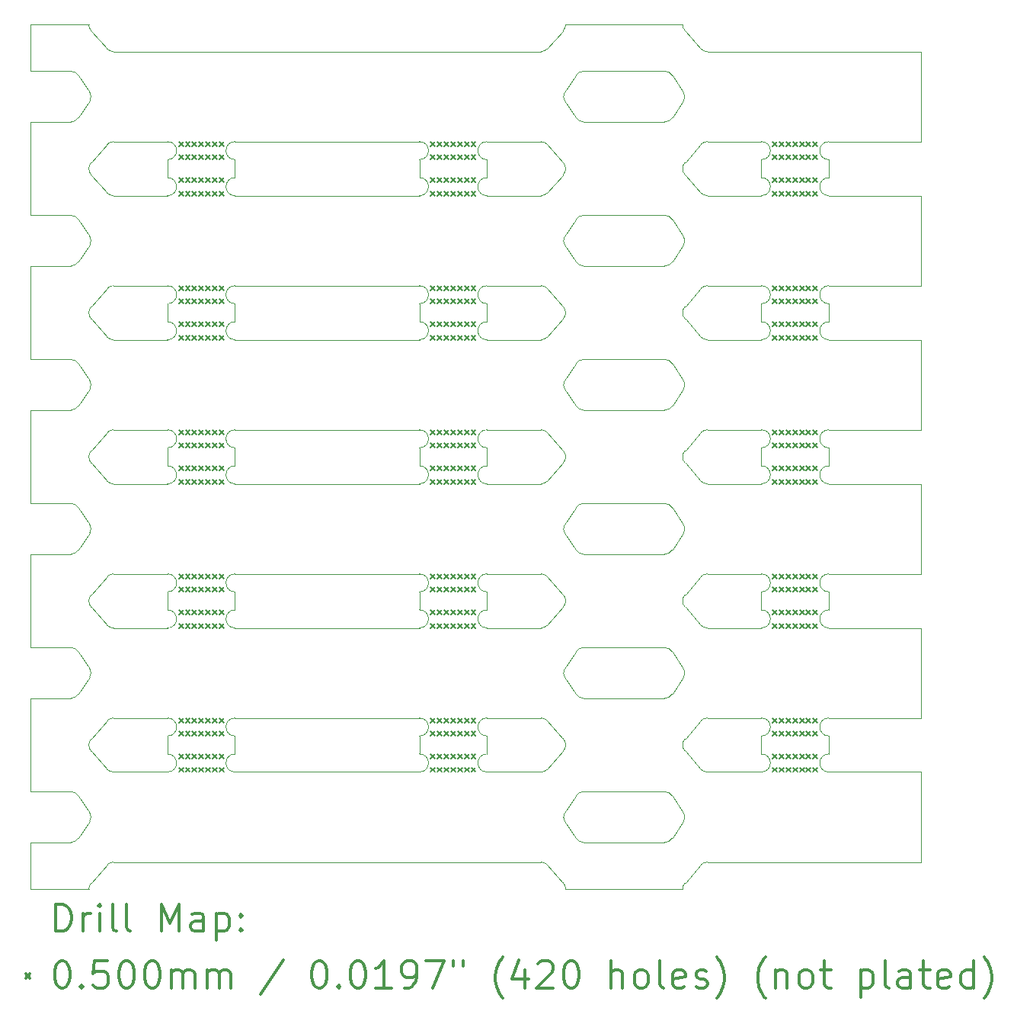
<source format=gbr>
%FSLAX45Y45*%
G04 Gerber Fmt 4.5, Leading zero omitted, Abs format (unit mm)*
G04 Created by KiCad (PCBNEW (5.1.10)-1) date 2021-12-18 23:32:23*
%MOMM*%
%LPD*%
G01*
G04 APERTURE LIST*
%TA.AperFunction,Profile*%
%ADD10C,0.050000*%
%TD*%
%ADD11C,0.200000*%
%ADD12C,0.300000*%
G04 APERTURE END LIST*
D10*
X9900000Y-17700000D02*
X9900000Y-18700000D01*
X9900000Y-16100000D02*
X9900000Y-17100000D01*
X9900000Y-14500000D02*
X9900000Y-15500000D01*
X9900000Y-12900000D02*
X9900000Y-13900000D01*
X9900000Y-11300000D02*
X9900000Y-12300000D01*
X9900000Y-9700000D02*
X9900000Y-10700000D01*
X8125000Y-18700000D02*
X8875000Y-18700000D01*
X5950000Y-19000000D02*
X7250000Y-19000000D01*
X1525000Y-18700000D02*
X2275000Y-18700000D01*
X0Y-19000000D02*
X650000Y-19000000D01*
X5950000Y-9400000D02*
X7250000Y-9400000D01*
X1525000Y-9700000D02*
X2275000Y-9700000D01*
X0Y-9400000D02*
X650000Y-9400000D01*
X2275000Y-17500000D02*
X2275000Y-17400000D01*
X2275000Y-15900000D02*
X2275000Y-15800000D01*
X2275000Y-14300000D02*
X2275000Y-14200000D01*
X2275000Y-12700000D02*
X2275000Y-12600000D01*
X2275000Y-11100000D02*
X2275000Y-11000000D01*
X1525000Y-17500000D02*
X1525000Y-17400000D01*
X1525000Y-15900000D02*
X1525000Y-15800000D01*
X1525000Y-14300000D02*
X1525000Y-14200000D01*
X1525000Y-12700000D02*
X1525000Y-12600000D01*
X1525000Y-11100000D02*
X1525000Y-11000000D01*
X1525000Y-17500000D02*
G75*
G02*
X1525000Y-17700000I0J-100000D01*
G01*
X1525000Y-15900000D02*
G75*
G02*
X1525000Y-16100000I0J-100000D01*
G01*
X1525000Y-14300000D02*
G75*
G02*
X1525000Y-14500000I0J-100000D01*
G01*
X1525000Y-12700000D02*
G75*
G02*
X1525000Y-12900000I0J-100000D01*
G01*
X1525000Y-11100000D02*
G75*
G02*
X1525000Y-11300000I0J-100000D01*
G01*
X2700000Y-17700000D02*
X2275000Y-17700000D01*
X2700000Y-16100000D02*
X2275000Y-16100000D01*
X2700000Y-14500000D02*
X2275000Y-14500000D01*
X2700000Y-12900000D02*
X2275000Y-12900000D01*
X2700000Y-11300000D02*
X2275000Y-11300000D01*
X1525000Y-17300000D02*
X1525000Y-17400000D01*
X1525000Y-15700000D02*
X1525000Y-15800000D01*
X1525000Y-14100000D02*
X1525000Y-14200000D01*
X1525000Y-12500000D02*
X1525000Y-12600000D01*
X2275000Y-17300000D02*
X2275000Y-17400000D01*
X2275000Y-15700000D02*
X2275000Y-15800000D01*
X2275000Y-14100000D02*
X2275000Y-14200000D01*
X2275000Y-12500000D02*
X2275000Y-12600000D01*
X2275000Y-17700000D02*
G75*
G02*
X2275000Y-17500000I0J100000D01*
G01*
X2275000Y-16100000D02*
G75*
G02*
X2275000Y-15900000I0J100000D01*
G01*
X2275000Y-14500000D02*
G75*
G02*
X2275000Y-14300000I0J100000D01*
G01*
X2275000Y-12900000D02*
G75*
G02*
X2275000Y-12700000I0J100000D01*
G01*
X2275000Y-11300000D02*
G75*
G02*
X2275000Y-11100000I0J100000D01*
G01*
X1525000Y-17700000D02*
X1100000Y-17700000D01*
X1525000Y-16100000D02*
X1100000Y-16100000D01*
X1525000Y-14500000D02*
X1100000Y-14500000D01*
X1525000Y-12900000D02*
X1100000Y-12900000D01*
X1525000Y-11300000D02*
X1100000Y-11300000D01*
X6150000Y-18482000D02*
X6600000Y-18482000D01*
X6150000Y-16882000D02*
X6600000Y-16882000D01*
X6150000Y-15282000D02*
X6600000Y-15282000D01*
X6150000Y-13682000D02*
X6600000Y-13682000D01*
X6150000Y-12082000D02*
X6600000Y-12082000D01*
X679289Y-17470711D02*
X854289Y-17670711D01*
X679289Y-15870711D02*
X854289Y-16070711D01*
X679289Y-14270711D02*
X854289Y-14470711D01*
X679289Y-12670711D02*
X854289Y-12870711D01*
X679289Y-11070711D02*
X854289Y-11270711D01*
X7136602Y-17968000D02*
G75*
G03*
X7050000Y-17918000I-86603J-50000D01*
G01*
X7136602Y-16368000D02*
G75*
G03*
X7050000Y-16318000I-86603J-50000D01*
G01*
X7136602Y-14768000D02*
G75*
G03*
X7050000Y-14718000I-86603J-50000D01*
G01*
X7136602Y-13168000D02*
G75*
G03*
X7050000Y-13118000I-86603J-50000D01*
G01*
X7136602Y-11568000D02*
G75*
G03*
X7050000Y-11518000I-86603J-50000D01*
G01*
X6063397Y-17968000D02*
G75*
G02*
X6150000Y-17918000I86603J-50000D01*
G01*
X6063397Y-16368000D02*
G75*
G02*
X6150000Y-16318000I86603J-50000D01*
G01*
X6063397Y-14768000D02*
G75*
G02*
X6150000Y-14718000I86603J-50000D01*
G01*
X6063397Y-13168000D02*
G75*
G02*
X6150000Y-13118000I86603J-50000D01*
G01*
X6063397Y-11568000D02*
G75*
G02*
X6150000Y-11518000I86603J-50000D01*
G01*
X7136602Y-18432000D02*
X7261000Y-18246699D01*
X7136602Y-16832000D02*
X7261000Y-16646699D01*
X7136602Y-15232000D02*
X7261000Y-15046699D01*
X7136602Y-13632000D02*
X7261000Y-13446699D01*
X7136602Y-12032000D02*
X7261000Y-11846699D01*
X7050000Y-17918000D02*
X6600000Y-17918000D01*
X7050000Y-16318000D02*
X6600000Y-16318000D01*
X7050000Y-14718000D02*
X6600000Y-14718000D01*
X7050000Y-13118000D02*
X6600000Y-13118000D01*
X7050000Y-11518000D02*
X6600000Y-11518000D01*
X7261000Y-18153301D02*
G75*
G02*
X7273513Y-18200000I-80885J-46699D01*
G01*
X7261000Y-16553301D02*
G75*
G02*
X7273513Y-16600000I-80885J-46699D01*
G01*
X7261000Y-14953301D02*
G75*
G02*
X7273513Y-15000000I-80885J-46699D01*
G01*
X7261000Y-13353301D02*
G75*
G02*
X7273513Y-13400000I-80885J-46699D01*
G01*
X7261000Y-11753301D02*
G75*
G02*
X7273513Y-11800000I-80885J-46699D01*
G01*
X4325000Y-17500000D02*
X4325000Y-17400000D01*
X4325000Y-15900000D02*
X4325000Y-15800000D01*
X4325000Y-14300000D02*
X4325000Y-14200000D01*
X4325000Y-12700000D02*
X4325000Y-12600000D01*
X4325000Y-11100000D02*
X4325000Y-11000000D01*
X6063397Y-17968000D02*
X5939000Y-18153301D01*
X6063397Y-16368000D02*
X5939000Y-16553301D01*
X6063397Y-14768000D02*
X5939000Y-14953301D01*
X6063397Y-13168000D02*
X5939000Y-13353301D01*
X6063397Y-11568000D02*
X5939000Y-11753301D01*
X4325000Y-17300000D02*
X4325000Y-17400000D01*
X4325000Y-15700000D02*
X4325000Y-15800000D01*
X4325000Y-14100000D02*
X4325000Y-14200000D01*
X4325000Y-12500000D02*
X4325000Y-12600000D01*
X5075000Y-17300000D02*
G75*
G02*
X5075000Y-17100000I0J100000D01*
G01*
X5075000Y-15700000D02*
G75*
G02*
X5075000Y-15500000I0J100000D01*
G01*
X5075000Y-14100000D02*
G75*
G02*
X5075000Y-13900000I0J100000D01*
G01*
X5075000Y-12500000D02*
G75*
G02*
X5075000Y-12300000I0J100000D01*
G01*
X5075000Y-18700000D02*
X5500000Y-18700000D01*
X5075000Y-17100000D02*
X5500000Y-17100000D01*
X5075000Y-15500000D02*
X5500000Y-15500000D01*
X5075000Y-13900000D02*
X5500000Y-13900000D01*
X5075000Y-12300000D02*
X5500000Y-12300000D01*
X5920711Y-18929289D02*
X5745711Y-18729289D01*
X5920711Y-17329289D02*
X5745711Y-17129289D01*
X5920711Y-15729289D02*
X5745711Y-15529289D01*
X5920711Y-14129289D02*
X5745711Y-13929289D01*
X5920711Y-12529289D02*
X5745711Y-12329289D01*
X5920711Y-18929289D02*
G75*
G02*
X5950000Y-19000000I-70711J-70711D01*
G01*
X5920711Y-17329289D02*
G75*
G02*
X5950000Y-17400000I-70711J-70711D01*
G01*
X5920711Y-15729289D02*
G75*
G02*
X5950000Y-15800000I-70711J-70711D01*
G01*
X5920711Y-14129289D02*
G75*
G02*
X5950000Y-14200000I-70711J-70711D01*
G01*
X5920711Y-12529289D02*
G75*
G02*
X5950000Y-12600000I-70711J-70711D01*
G01*
X3300000Y-17700000D02*
X3700000Y-17700000D01*
X3300000Y-16100000D02*
X3700000Y-16100000D01*
X3300000Y-14500000D02*
X3700000Y-14500000D01*
X3300000Y-12900000D02*
X3700000Y-12900000D01*
X3300000Y-11300000D02*
X3700000Y-11300000D01*
X6150000Y-17918000D02*
X6600000Y-17918000D01*
X6150000Y-16318000D02*
X6600000Y-16318000D01*
X6150000Y-14718000D02*
X6600000Y-14718000D01*
X6150000Y-13118000D02*
X6600000Y-13118000D01*
X6150000Y-11518000D02*
X6600000Y-11518000D01*
X5675000Y-18700000D02*
X5500000Y-18700000D01*
X5675000Y-17100000D02*
X5500000Y-17100000D01*
X5675000Y-15500000D02*
X5500000Y-15500000D01*
X5675000Y-13900000D02*
X5500000Y-13900000D01*
X5675000Y-12300000D02*
X5500000Y-12300000D01*
X5939000Y-18246699D02*
G75*
G02*
X5926487Y-18200000I80885J46699D01*
G01*
X5939000Y-16646699D02*
G75*
G02*
X5926487Y-16600000I80885J46699D01*
G01*
X5939000Y-15046699D02*
G75*
G02*
X5926487Y-15000000I80885J46699D01*
G01*
X5939000Y-13446699D02*
G75*
G02*
X5926487Y-13400000I80885J46699D01*
G01*
X5939000Y-11846699D02*
G75*
G02*
X5926487Y-11800000I80885J46699D01*
G01*
X3900000Y-18700000D02*
X3700000Y-18700000D01*
X3900000Y-17100000D02*
X3700000Y-17100000D01*
X3900000Y-15500000D02*
X3700000Y-15500000D01*
X3900000Y-13900000D02*
X3700000Y-13900000D01*
X3900000Y-12300000D02*
X3700000Y-12300000D01*
X925000Y-18700000D02*
X1100000Y-18700000D01*
X925000Y-17100000D02*
X1100000Y-17100000D01*
X925000Y-15500000D02*
X1100000Y-15500000D01*
X925000Y-13900000D02*
X1100000Y-13900000D01*
X925000Y-12300000D02*
X1100000Y-12300000D01*
X5920711Y-17470711D02*
G75*
G03*
X5950000Y-17400000I-70711J70711D01*
G01*
X5920711Y-15870711D02*
G75*
G03*
X5950000Y-15800000I-70711J70711D01*
G01*
X5920711Y-14270711D02*
G75*
G03*
X5950000Y-14200000I-70711J70711D01*
G01*
X5920711Y-12670711D02*
G75*
G03*
X5950000Y-12600000I-70711J70711D01*
G01*
X5920711Y-11070711D02*
G75*
G03*
X5950000Y-11000000I-70711J70711D01*
G01*
X3700000Y-17700000D02*
X3900000Y-17700000D01*
X3700000Y-16100000D02*
X3900000Y-16100000D01*
X3700000Y-14500000D02*
X3900000Y-14500000D01*
X3700000Y-12900000D02*
X3900000Y-12900000D01*
X3700000Y-11300000D02*
X3900000Y-11300000D01*
X3600000Y-18700000D02*
X3700000Y-18700000D01*
X3600000Y-17100000D02*
X3700000Y-17100000D01*
X3600000Y-15500000D02*
X3700000Y-15500000D01*
X3600000Y-13900000D02*
X3700000Y-13900000D01*
X3600000Y-12300000D02*
X3700000Y-12300000D01*
X925000Y-17700000D02*
X1100000Y-17700000D01*
X925000Y-16100000D02*
X1100000Y-16100000D01*
X925000Y-14500000D02*
X1100000Y-14500000D01*
X925000Y-12900000D02*
X1100000Y-12900000D01*
X925000Y-11300000D02*
X1100000Y-11300000D01*
X5745711Y-17670711D02*
G75*
G02*
X5675000Y-17700000I-70711J70711D01*
G01*
X5745711Y-16070711D02*
G75*
G02*
X5675000Y-16100000I-70711J70711D01*
G01*
X5745711Y-14470711D02*
G75*
G02*
X5675000Y-14500000I-70711J70711D01*
G01*
X5745711Y-12870711D02*
G75*
G02*
X5675000Y-12900000I-70711J70711D01*
G01*
X5745711Y-11270711D02*
G75*
G02*
X5675000Y-11300000I-70711J70711D01*
G01*
X5745711Y-18729289D02*
G75*
G03*
X5675000Y-18700000I-70711J-70711D01*
G01*
X5745711Y-17129289D02*
G75*
G03*
X5675000Y-17100000I-70711J-70711D01*
G01*
X5745711Y-15529289D02*
G75*
G03*
X5675000Y-15500000I-70711J-70711D01*
G01*
X5745711Y-13929289D02*
G75*
G03*
X5675000Y-13900000I-70711J-70711D01*
G01*
X5745711Y-12329289D02*
G75*
G03*
X5675000Y-12300000I-70711J-70711D01*
G01*
X5075000Y-17700000D02*
G75*
G02*
X5075000Y-17500000I0J100000D01*
G01*
X5075000Y-16100000D02*
G75*
G02*
X5075000Y-15900000I0J100000D01*
G01*
X5075000Y-14500000D02*
G75*
G02*
X5075000Y-14300000I0J100000D01*
G01*
X5075000Y-12900000D02*
G75*
G02*
X5075000Y-12700000I0J100000D01*
G01*
X5075000Y-11300000D02*
G75*
G02*
X5075000Y-11100000I0J100000D01*
G01*
X4325000Y-17500000D02*
G75*
G02*
X4325000Y-17700000I0J-100000D01*
G01*
X4325000Y-15900000D02*
G75*
G02*
X4325000Y-16100000I0J-100000D01*
G01*
X4325000Y-14300000D02*
G75*
G02*
X4325000Y-14500000I0J-100000D01*
G01*
X4325000Y-12700000D02*
G75*
G02*
X4325000Y-12900000I0J-100000D01*
G01*
X4325000Y-11100000D02*
G75*
G02*
X4325000Y-11300000I0J-100000D01*
G01*
X5075000Y-17300000D02*
X5075000Y-17400000D01*
X5075000Y-15700000D02*
X5075000Y-15800000D01*
X5075000Y-14100000D02*
X5075000Y-14200000D01*
X5075000Y-12500000D02*
X5075000Y-12600000D01*
X4325000Y-17700000D02*
X3900000Y-17700000D01*
X4325000Y-16100000D02*
X3900000Y-16100000D01*
X4325000Y-14500000D02*
X3900000Y-14500000D01*
X4325000Y-12900000D02*
X3900000Y-12900000D01*
X4325000Y-11300000D02*
X3900000Y-11300000D01*
X6063397Y-18432000D02*
G75*
G03*
X6150000Y-18482000I86603J50000D01*
G01*
X6063397Y-16832000D02*
G75*
G03*
X6150000Y-16882000I86603J50000D01*
G01*
X6063397Y-15232000D02*
G75*
G03*
X6150000Y-15282000I86603J50000D01*
G01*
X6063397Y-13632000D02*
G75*
G03*
X6150000Y-13682000I86603J50000D01*
G01*
X6063397Y-12032000D02*
G75*
G03*
X6150000Y-12082000I86603J50000D01*
G01*
X4325000Y-17100000D02*
G75*
G02*
X4325000Y-17300000I0J-100000D01*
G01*
X4325000Y-15500000D02*
G75*
G02*
X4325000Y-15700000I0J-100000D01*
G01*
X4325000Y-13900000D02*
G75*
G02*
X4325000Y-14100000I0J-100000D01*
G01*
X4325000Y-12300000D02*
G75*
G02*
X4325000Y-12500000I0J-100000D01*
G01*
X5745711Y-17670711D02*
X5920711Y-17470711D01*
X5745711Y-16070711D02*
X5920711Y-15870711D01*
X5745711Y-14470711D02*
X5920711Y-14270711D01*
X5745711Y-12870711D02*
X5920711Y-12670711D01*
X5745711Y-11270711D02*
X5920711Y-11070711D01*
X5939000Y-18153301D02*
G75*
G03*
X5926487Y-18200000I80885J-46699D01*
G01*
X5939000Y-16553301D02*
G75*
G03*
X5926487Y-16600000I80885J-46699D01*
G01*
X5939000Y-14953301D02*
G75*
G03*
X5926487Y-15000000I80885J-46699D01*
G01*
X5939000Y-13353301D02*
G75*
G03*
X5926487Y-13400000I80885J-46699D01*
G01*
X5939000Y-11753301D02*
G75*
G03*
X5926487Y-11800000I80885J-46699D01*
G01*
X854289Y-18729289D02*
X679289Y-18929289D01*
X854289Y-17129289D02*
X679289Y-17329289D01*
X854289Y-15529289D02*
X679289Y-15729289D01*
X854289Y-13929289D02*
X679289Y-14129289D01*
X854289Y-12329289D02*
X679289Y-12529289D01*
X5075000Y-17500000D02*
X5075000Y-17400000D01*
X5075000Y-15900000D02*
X5075000Y-15800000D01*
X5075000Y-14300000D02*
X5075000Y-14200000D01*
X5075000Y-12700000D02*
X5075000Y-12600000D01*
X5075000Y-11100000D02*
X5075000Y-11000000D01*
X7454289Y-18729289D02*
G75*
G02*
X7525000Y-18700000I70711J-70711D01*
G01*
X7454289Y-17129289D02*
G75*
G02*
X7525000Y-17100000I70711J-70711D01*
G01*
X7454289Y-15529289D02*
G75*
G02*
X7525000Y-15500000I70711J-70711D01*
G01*
X7454289Y-13929289D02*
G75*
G02*
X7525000Y-13900000I70711J-70711D01*
G01*
X7454289Y-12329289D02*
G75*
G02*
X7525000Y-12300000I70711J-70711D01*
G01*
X9600000Y-17700000D02*
X9500000Y-17700000D01*
X9600000Y-16100000D02*
X9500000Y-16100000D01*
X9600000Y-14500000D02*
X9500000Y-14500000D01*
X9600000Y-12900000D02*
X9500000Y-12900000D01*
X9600000Y-11300000D02*
X9500000Y-11300000D01*
X9900000Y-18700000D02*
X9500000Y-18700000D01*
X9900000Y-17100000D02*
X9500000Y-17100000D01*
X9900000Y-15500000D02*
X9500000Y-15500000D01*
X9900000Y-13900000D02*
X9500000Y-13900000D01*
X9900000Y-12300000D02*
X9500000Y-12300000D01*
X7136602Y-18432000D02*
G75*
G02*
X7050000Y-18482000I-86603J50000D01*
G01*
X7136602Y-16832000D02*
G75*
G02*
X7050000Y-16882000I-86603J50000D01*
G01*
X7136602Y-15232000D02*
G75*
G02*
X7050000Y-15282000I-86603J50000D01*
G01*
X7136602Y-13632000D02*
G75*
G02*
X7050000Y-13682000I-86603J50000D01*
G01*
X7136602Y-12032000D02*
G75*
G02*
X7050000Y-12082000I-86603J50000D01*
G01*
X3600000Y-18700000D02*
X3300000Y-18700000D01*
X3600000Y-17100000D02*
X3300000Y-17100000D01*
X3600000Y-15500000D02*
X3300000Y-15500000D01*
X3600000Y-13900000D02*
X3300000Y-13900000D01*
X3600000Y-12300000D02*
X3300000Y-12300000D01*
X5500000Y-17700000D02*
X5075000Y-17700000D01*
X5500000Y-16100000D02*
X5075000Y-16100000D01*
X5500000Y-14500000D02*
X5075000Y-14500000D01*
X5500000Y-12900000D02*
X5075000Y-12900000D01*
X5500000Y-11300000D02*
X5075000Y-11300000D01*
X9600000Y-17700000D02*
X9900000Y-17700000D01*
X9600000Y-16100000D02*
X9900000Y-16100000D01*
X9600000Y-14500000D02*
X9900000Y-14500000D01*
X9600000Y-12900000D02*
X9900000Y-12900000D01*
X9600000Y-11300000D02*
X9900000Y-11300000D01*
X6063397Y-18432000D02*
X5939000Y-18246699D01*
X6063397Y-16832000D02*
X5939000Y-16646699D01*
X6063397Y-15232000D02*
X5939000Y-15046699D01*
X6063397Y-13632000D02*
X5939000Y-13446699D01*
X6063397Y-12032000D02*
X5939000Y-11846699D01*
X5675000Y-17700000D02*
X5500000Y-17700000D01*
X5675000Y-16100000D02*
X5500000Y-16100000D01*
X5675000Y-14500000D02*
X5500000Y-14500000D01*
X5675000Y-12900000D02*
X5500000Y-12900000D01*
X5675000Y-11300000D02*
X5500000Y-11300000D01*
X7261000Y-18246699D02*
G75*
G03*
X7273513Y-18200000I-80885J46699D01*
G01*
X7261000Y-16646699D02*
G75*
G03*
X7273513Y-16600000I-80885J46699D01*
G01*
X7261000Y-15046699D02*
G75*
G03*
X7273513Y-15000000I-80885J46699D01*
G01*
X7261000Y-13446699D02*
G75*
G03*
X7273513Y-13400000I-80885J46699D01*
G01*
X7261000Y-11846699D02*
G75*
G03*
X7273513Y-11800000I-80885J46699D01*
G01*
X7136602Y-17968000D02*
X7261000Y-18153301D01*
X7136602Y-16368000D02*
X7261000Y-16553301D01*
X7136602Y-14768000D02*
X7261000Y-14953301D01*
X7136602Y-13168000D02*
X7261000Y-13353301D01*
X7136602Y-11568000D02*
X7261000Y-11753301D01*
X3900000Y-18700000D02*
X5075000Y-18700000D01*
X3900000Y-17100000D02*
X4325000Y-17100000D01*
X3900000Y-15500000D02*
X4325000Y-15500000D01*
X3900000Y-13900000D02*
X4325000Y-13900000D01*
X3900000Y-12300000D02*
X4325000Y-12300000D01*
X2700000Y-17700000D02*
X2900000Y-17700000D01*
X2700000Y-16100000D02*
X2900000Y-16100000D01*
X2700000Y-14500000D02*
X2900000Y-14500000D01*
X2700000Y-12900000D02*
X2900000Y-12900000D01*
X2700000Y-11300000D02*
X2900000Y-11300000D01*
X7454289Y-17670711D02*
G75*
G03*
X7525000Y-17700000I70711J70711D01*
G01*
X7454289Y-16070711D02*
G75*
G03*
X7525000Y-16100000I70711J70711D01*
G01*
X7454289Y-14470711D02*
G75*
G03*
X7525000Y-14500000I70711J70711D01*
G01*
X7454289Y-12870711D02*
G75*
G03*
X7525000Y-12900000I70711J70711D01*
G01*
X7454289Y-11270711D02*
G75*
G03*
X7525000Y-11300000I70711J70711D01*
G01*
X1525000Y-17100000D02*
G75*
G02*
X1525000Y-17300000I0J-100000D01*
G01*
X1525000Y-15500000D02*
G75*
G02*
X1525000Y-15700000I0J-100000D01*
G01*
X1525000Y-13900000D02*
G75*
G02*
X1525000Y-14100000I0J-100000D01*
G01*
X1525000Y-12300000D02*
G75*
G02*
X1525000Y-12500000I0J-100000D01*
G01*
X2275000Y-17300000D02*
G75*
G02*
X2275000Y-17100000I0J100000D01*
G01*
X2275000Y-15700000D02*
G75*
G02*
X2275000Y-15500000I0J100000D01*
G01*
X2275000Y-14100000D02*
G75*
G02*
X2275000Y-13900000I0J100000D01*
G01*
X2275000Y-12500000D02*
G75*
G02*
X2275000Y-12300000I0J100000D01*
G01*
X1100000Y-18700000D02*
X1525000Y-18700000D01*
X1100000Y-17100000D02*
X1525000Y-17100000D01*
X1100000Y-15500000D02*
X1525000Y-15500000D01*
X1100000Y-13900000D02*
X1525000Y-13900000D01*
X1100000Y-12300000D02*
X1525000Y-12300000D01*
X2275000Y-18700000D02*
X2700000Y-18700000D01*
X2275000Y-17100000D02*
X2700000Y-17100000D01*
X2275000Y-15500000D02*
X2700000Y-15500000D01*
X2275000Y-13900000D02*
X2700000Y-13900000D01*
X2275000Y-12300000D02*
X2700000Y-12300000D01*
X679289Y-17470711D02*
G75*
G02*
X650000Y-17400000I70711J70711D01*
G01*
X679289Y-15870711D02*
G75*
G02*
X650000Y-15800000I70711J70711D01*
G01*
X679289Y-14270711D02*
G75*
G02*
X650000Y-14200000I70711J70711D01*
G01*
X679289Y-12670711D02*
G75*
G02*
X650000Y-12600000I70711J70711D01*
G01*
X679289Y-11070711D02*
G75*
G02*
X650000Y-11000000I70711J70711D01*
G01*
X679289Y-18929289D02*
G75*
G03*
X650000Y-19000000I70711J-70711D01*
G01*
X679289Y-17329289D02*
G75*
G03*
X650000Y-17400000I70711J-70711D01*
G01*
X679289Y-15729289D02*
G75*
G03*
X650000Y-15800000I70711J-70711D01*
G01*
X679289Y-14129289D02*
G75*
G03*
X650000Y-14200000I70711J-70711D01*
G01*
X679289Y-12529289D02*
G75*
G03*
X650000Y-12600000I70711J-70711D01*
G01*
X7525000Y-18700000D02*
X7700000Y-18700000D01*
X7525000Y-17100000D02*
X7700000Y-17100000D01*
X7525000Y-15500000D02*
X7700000Y-15500000D01*
X7525000Y-13900000D02*
X7700000Y-13900000D01*
X7525000Y-12300000D02*
X7700000Y-12300000D01*
X8125000Y-17500000D02*
G75*
G02*
X8125000Y-17700000I0J-100000D01*
G01*
X8125000Y-15900000D02*
G75*
G02*
X8125000Y-16100000I0J-100000D01*
G01*
X8125000Y-14300000D02*
G75*
G02*
X8125000Y-14500000I0J-100000D01*
G01*
X8125000Y-12700000D02*
G75*
G02*
X8125000Y-12900000I0J-100000D01*
G01*
X8125000Y-11100000D02*
G75*
G02*
X8125000Y-11300000I0J-100000D01*
G01*
X9300000Y-17700000D02*
X8875000Y-17700000D01*
X9300000Y-16100000D02*
X8875000Y-16100000D01*
X9300000Y-14500000D02*
X8875000Y-14500000D01*
X9300000Y-12900000D02*
X8875000Y-12900000D01*
X9300000Y-11300000D02*
X8875000Y-11300000D01*
X8125000Y-17500000D02*
X8125000Y-17400000D01*
X8125000Y-15900000D02*
X8125000Y-15800000D01*
X8125000Y-14300000D02*
X8125000Y-14200000D01*
X8125000Y-12700000D02*
X8125000Y-12600000D01*
X8125000Y-11100000D02*
X8125000Y-11000000D01*
X8125000Y-17100000D02*
G75*
G02*
X8125000Y-17300000I0J-100000D01*
G01*
X8125000Y-15500000D02*
G75*
G02*
X8125000Y-15700000I0J-100000D01*
G01*
X8125000Y-13900000D02*
G75*
G02*
X8125000Y-14100000I0J-100000D01*
G01*
X8125000Y-12300000D02*
G75*
G02*
X8125000Y-12500000I0J-100000D01*
G01*
X8875000Y-17300000D02*
X8875000Y-17400000D01*
X8875000Y-15700000D02*
X8875000Y-15800000D01*
X8875000Y-14100000D02*
X8875000Y-14200000D01*
X8875000Y-12500000D02*
X8875000Y-12600000D01*
X7279289Y-18929289D02*
G75*
G03*
X7250000Y-19000000I70711J-70711D01*
G01*
X7279289Y-17329289D02*
G75*
G03*
X7250000Y-17400000I70711J-70711D01*
G01*
X7279289Y-15729289D02*
G75*
G03*
X7250000Y-15800000I70711J-70711D01*
G01*
X7279289Y-14129289D02*
G75*
G03*
X7250000Y-14200000I70711J-70711D01*
G01*
X7279289Y-12529289D02*
G75*
G03*
X7250000Y-12600000I70711J-70711D01*
G01*
X7700000Y-18700000D02*
X8125000Y-18700000D01*
X7700000Y-17100000D02*
X8125000Y-17100000D01*
X7700000Y-15500000D02*
X8125000Y-15500000D01*
X7700000Y-13900000D02*
X8125000Y-13900000D01*
X7700000Y-12300000D02*
X8125000Y-12300000D01*
X8125000Y-17300000D02*
X8125000Y-17400000D01*
X8125000Y-15700000D02*
X8125000Y-15800000D01*
X8125000Y-14100000D02*
X8125000Y-14200000D01*
X8125000Y-12500000D02*
X8125000Y-12600000D01*
X8875000Y-17300000D02*
G75*
G02*
X8875000Y-17100000I0J100000D01*
G01*
X8875000Y-15700000D02*
G75*
G02*
X8875000Y-15500000I0J100000D01*
G01*
X8875000Y-14100000D02*
G75*
G02*
X8875000Y-13900000I0J100000D01*
G01*
X8875000Y-12500000D02*
G75*
G02*
X8875000Y-12300000I0J100000D01*
G01*
X7525000Y-17700000D02*
X7700000Y-17700000D01*
X7525000Y-16100000D02*
X7700000Y-16100000D01*
X7525000Y-14500000D02*
X7700000Y-14500000D01*
X7525000Y-12900000D02*
X7700000Y-12900000D01*
X7525000Y-11300000D02*
X7700000Y-11300000D01*
X7454289Y-18729289D02*
X7279289Y-18929289D01*
X7454289Y-17129289D02*
X7279289Y-17329289D01*
X7454289Y-15529289D02*
X7279289Y-15729289D01*
X7454289Y-13929289D02*
X7279289Y-14129289D01*
X7454289Y-12329289D02*
X7279289Y-12529289D01*
X8875000Y-18700000D02*
X9300000Y-18700000D01*
X8875000Y-17100000D02*
X9300000Y-17100000D01*
X8875000Y-15500000D02*
X9300000Y-15500000D01*
X8875000Y-13900000D02*
X9300000Y-13900000D01*
X8875000Y-12300000D02*
X9300000Y-12300000D01*
X7050000Y-18482000D02*
X6600000Y-18482000D01*
X7050000Y-16882000D02*
X6600000Y-16882000D01*
X7050000Y-15282000D02*
X6600000Y-15282000D01*
X7050000Y-13682000D02*
X6600000Y-13682000D01*
X7050000Y-12082000D02*
X6600000Y-12082000D01*
X8125000Y-17700000D02*
X7700000Y-17700000D01*
X8125000Y-16100000D02*
X7700000Y-16100000D01*
X8125000Y-14500000D02*
X7700000Y-14500000D01*
X8125000Y-12900000D02*
X7700000Y-12900000D01*
X8125000Y-11300000D02*
X7700000Y-11300000D01*
X7279289Y-17470711D02*
X7454289Y-17670711D01*
X7279289Y-15870711D02*
X7454289Y-16070711D01*
X7279289Y-14270711D02*
X7454289Y-14470711D01*
X7279289Y-12670711D02*
X7454289Y-12870711D01*
X7279289Y-11070711D02*
X7454289Y-11270711D01*
X7279289Y-17470711D02*
G75*
G02*
X7250000Y-17400000I70711J70711D01*
G01*
X7279289Y-15870711D02*
G75*
G02*
X7250000Y-15800000I70711J70711D01*
G01*
X7279289Y-14270711D02*
G75*
G02*
X7250000Y-14200000I70711J70711D01*
G01*
X7279289Y-12670711D02*
G75*
G02*
X7250000Y-12600000I70711J70711D01*
G01*
X7279289Y-11070711D02*
G75*
G02*
X7250000Y-11000000I70711J70711D01*
G01*
X8875000Y-17700000D02*
G75*
G02*
X8875000Y-17500000I0J100000D01*
G01*
X8875000Y-16100000D02*
G75*
G02*
X8875000Y-15900000I0J100000D01*
G01*
X8875000Y-14500000D02*
G75*
G02*
X8875000Y-14300000I0J100000D01*
G01*
X8875000Y-12900000D02*
G75*
G02*
X8875000Y-12700000I0J100000D01*
G01*
X8875000Y-11300000D02*
G75*
G02*
X8875000Y-11100000I0J100000D01*
G01*
X8875000Y-17500000D02*
X8875000Y-17400000D01*
X8875000Y-15900000D02*
X8875000Y-15800000D01*
X8875000Y-14300000D02*
X8875000Y-14200000D01*
X8875000Y-12700000D02*
X8875000Y-12600000D01*
X8875000Y-11100000D02*
X8875000Y-11000000D01*
X9300000Y-17700000D02*
X9500000Y-17700000D01*
X9300000Y-16100000D02*
X9500000Y-16100000D01*
X9300000Y-14500000D02*
X9500000Y-14500000D01*
X9300000Y-12900000D02*
X9500000Y-12900000D01*
X9300000Y-11300000D02*
X9500000Y-11300000D01*
X9500000Y-18700000D02*
X9300000Y-18700000D01*
X9500000Y-17100000D02*
X9300000Y-17100000D01*
X9500000Y-15500000D02*
X9300000Y-15500000D01*
X9500000Y-13900000D02*
X9300000Y-13900000D01*
X9500000Y-12300000D02*
X9300000Y-12300000D01*
X2900000Y-18700000D02*
X2700000Y-18700000D01*
X2900000Y-17100000D02*
X2700000Y-17100000D01*
X2900000Y-15500000D02*
X2700000Y-15500000D01*
X2900000Y-13900000D02*
X2700000Y-13900000D01*
X2900000Y-12300000D02*
X2700000Y-12300000D01*
X450000Y-18482000D02*
X0Y-18482000D01*
X450000Y-16882000D02*
X0Y-16882000D01*
X450000Y-15282000D02*
X0Y-15282000D01*
X450000Y-13682000D02*
X0Y-13682000D01*
X450000Y-12082000D02*
X0Y-12082000D01*
X0Y-19000000D02*
X0Y-18482000D01*
X0Y-17400000D02*
X0Y-16882000D01*
X0Y-15800000D02*
X0Y-15282000D01*
X0Y-14200000D02*
X0Y-13682000D01*
X0Y-12600000D02*
X0Y-12082000D01*
X854289Y-18729289D02*
G75*
G02*
X925000Y-18700000I70711J-70711D01*
G01*
X854289Y-17129289D02*
G75*
G02*
X925000Y-17100000I70711J-70711D01*
G01*
X854289Y-15529289D02*
G75*
G02*
X925000Y-15500000I70711J-70711D01*
G01*
X854289Y-13929289D02*
G75*
G02*
X925000Y-13900000I70711J-70711D01*
G01*
X854289Y-12329289D02*
G75*
G02*
X925000Y-12300000I70711J-70711D01*
G01*
X3000000Y-17700000D02*
X2900000Y-17700000D01*
X3000000Y-16100000D02*
X2900000Y-16100000D01*
X3000000Y-14500000D02*
X2900000Y-14500000D01*
X3000000Y-12900000D02*
X2900000Y-12900000D01*
X3000000Y-11300000D02*
X2900000Y-11300000D01*
X0Y-17400000D02*
X0Y-17918000D01*
X0Y-15800000D02*
X0Y-16318000D01*
X0Y-14200000D02*
X0Y-14718000D01*
X0Y-12600000D02*
X0Y-13118000D01*
X0Y-11000000D02*
X0Y-11518000D01*
X3300000Y-18700000D02*
X2900000Y-18700000D01*
X3300000Y-17100000D02*
X2900000Y-17100000D01*
X3300000Y-15500000D02*
X2900000Y-15500000D01*
X3300000Y-13900000D02*
X2900000Y-13900000D01*
X3300000Y-12300000D02*
X2900000Y-12300000D01*
X536603Y-18432000D02*
G75*
G02*
X450000Y-18482000I-86603J50000D01*
G01*
X536603Y-16832000D02*
G75*
G02*
X450000Y-16882000I-86603J50000D01*
G01*
X536603Y-15232000D02*
G75*
G02*
X450000Y-15282000I-86603J50000D01*
G01*
X536603Y-13632000D02*
G75*
G02*
X450000Y-13682000I-86603J50000D01*
G01*
X536603Y-12032000D02*
G75*
G02*
X450000Y-12082000I-86603J50000D01*
G01*
X3000000Y-17700000D02*
X3300000Y-17700000D01*
X3000000Y-16100000D02*
X3300000Y-16100000D01*
X3000000Y-14500000D02*
X3300000Y-14500000D01*
X3000000Y-12900000D02*
X3300000Y-12900000D01*
X3000000Y-11300000D02*
X3300000Y-11300000D01*
X661000Y-18246699D02*
G75*
G03*
X673513Y-18200000I-80885J46699D01*
G01*
X661000Y-16646699D02*
G75*
G03*
X673513Y-16600000I-80885J46699D01*
G01*
X661000Y-15046699D02*
G75*
G03*
X673513Y-15000000I-80885J46699D01*
G01*
X661000Y-13446699D02*
G75*
G03*
X673513Y-13400000I-80885J46699D01*
G01*
X661000Y-11846699D02*
G75*
G03*
X673513Y-11800000I-80885J46699D01*
G01*
X536603Y-17968000D02*
X661000Y-18153301D01*
X536603Y-16368000D02*
X661000Y-16553301D01*
X536603Y-14768000D02*
X661000Y-14953301D01*
X536603Y-13168000D02*
X661000Y-13353301D01*
X536603Y-11568000D02*
X661000Y-11753301D01*
X536603Y-17968000D02*
G75*
G03*
X450000Y-17918000I-86603J-50000D01*
G01*
X536603Y-16368000D02*
G75*
G03*
X450000Y-16318000I-86603J-50000D01*
G01*
X536603Y-14768000D02*
G75*
G03*
X450000Y-14718000I-86603J-50000D01*
G01*
X536603Y-13168000D02*
G75*
G03*
X450000Y-13118000I-86603J-50000D01*
G01*
X536603Y-11568000D02*
G75*
G03*
X450000Y-11518000I-86603J-50000D01*
G01*
X536603Y-18432000D02*
X661000Y-18246699D01*
X536603Y-16832000D02*
X661000Y-16646699D01*
X536603Y-15232000D02*
X661000Y-15046699D01*
X536603Y-13632000D02*
X661000Y-13446699D01*
X536603Y-12032000D02*
X661000Y-11846699D01*
X450000Y-17918000D02*
X0Y-17918000D01*
X450000Y-16318000D02*
X0Y-16318000D01*
X450000Y-14718000D02*
X0Y-14718000D01*
X450000Y-13118000D02*
X0Y-13118000D01*
X450000Y-11518000D02*
X0Y-11518000D01*
X661000Y-18153301D02*
G75*
G02*
X673513Y-18200000I-80885J-46699D01*
G01*
X661000Y-16553301D02*
G75*
G02*
X673513Y-16600000I-80885J-46699D01*
G01*
X661000Y-14953301D02*
G75*
G02*
X673513Y-15000000I-80885J-46699D01*
G01*
X661000Y-13353301D02*
G75*
G02*
X673513Y-13400000I-80885J-46699D01*
G01*
X661000Y-11753301D02*
G75*
G02*
X673513Y-11800000I-80885J-46699D01*
G01*
X854289Y-17670711D02*
G75*
G03*
X925000Y-17700000I70711J70711D01*
G01*
X854289Y-16070711D02*
G75*
G03*
X925000Y-16100000I70711J70711D01*
G01*
X854289Y-14470711D02*
G75*
G03*
X925000Y-14500000I70711J70711D01*
G01*
X854289Y-12870711D02*
G75*
G03*
X925000Y-12900000I70711J70711D01*
G01*
X854289Y-11270711D02*
G75*
G03*
X925000Y-11300000I70711J70711D01*
G01*
X9300000Y-9700000D02*
X8125000Y-9700000D01*
X8125000Y-10900000D02*
X8125000Y-11000000D01*
X8875000Y-10900000D02*
X8875000Y-11000000D01*
X8125000Y-9700000D02*
X7700000Y-9700000D01*
X7279289Y-9470711D02*
X7454289Y-9670711D01*
X7525000Y-10700000D02*
X7700000Y-10700000D01*
X7525000Y-9700000D02*
X7700000Y-9700000D01*
X7454289Y-10729289D02*
X7279289Y-10929289D01*
X9300000Y-9700000D02*
X9500000Y-9700000D01*
X8125000Y-10700000D02*
G75*
G02*
X8125000Y-10900000I0J-100000D01*
G01*
X8875000Y-10900000D02*
G75*
G02*
X8875000Y-10700000I0J100000D01*
G01*
X7700000Y-10700000D02*
X8125000Y-10700000D01*
X8875000Y-10700000D02*
X9300000Y-10700000D01*
X7279289Y-9470711D02*
G75*
G02*
X7250000Y-9400000I70711J70711D01*
G01*
X7279289Y-10929289D02*
G75*
G03*
X7250000Y-11000000I70711J-70711D01*
G01*
X9500000Y-10700000D02*
X9300000Y-10700000D01*
X7050000Y-10482000D02*
X6600000Y-10482000D01*
X7454289Y-10729289D02*
G75*
G02*
X7525000Y-10700000I70711J-70711D01*
G01*
X9600000Y-9700000D02*
X9500000Y-9700000D01*
X9900000Y-10700000D02*
X9500000Y-10700000D01*
X7136602Y-10432000D02*
G75*
G02*
X7050000Y-10482000I-86603J50000D01*
G01*
X9600000Y-9700000D02*
X9900000Y-9700000D01*
X7261000Y-10246699D02*
G75*
G03*
X7273513Y-10200000I-80885J46699D01*
G01*
X7136602Y-9968000D02*
X7261000Y-10153301D01*
X7136602Y-9968000D02*
G75*
G03*
X7050000Y-9918000I-86603J-50000D01*
G01*
X7136602Y-10432000D02*
X7261000Y-10246699D01*
X7050000Y-9918000D02*
X6600000Y-9918000D01*
X7261000Y-10153301D02*
G75*
G02*
X7273513Y-10200000I-80885J-46699D01*
G01*
X7454289Y-9670711D02*
G75*
G03*
X7525000Y-9700000I70711J70711D01*
G01*
X4325000Y-10900000D02*
X4325000Y-11000000D01*
X5075000Y-10900000D02*
X5075000Y-11000000D01*
X5075000Y-10900000D02*
G75*
G02*
X5075000Y-10700000I0J100000D01*
G01*
X3900000Y-10700000D02*
X4325000Y-10700000D01*
X4325000Y-10700000D02*
G75*
G02*
X4325000Y-10900000I0J-100000D01*
G01*
X5075000Y-10700000D02*
X5500000Y-10700000D01*
X5920711Y-10929289D02*
X5745711Y-10729289D01*
X5675000Y-9700000D02*
X5500000Y-9700000D01*
X5675000Y-10700000D02*
X5500000Y-10700000D01*
X5745711Y-9670711D02*
X5920711Y-9470711D01*
X3900000Y-10700000D02*
X3700000Y-10700000D01*
X5500000Y-9700000D02*
X5075000Y-9700000D01*
X5075000Y-9700000D02*
X3900000Y-9700000D01*
X5920711Y-10929289D02*
G75*
G02*
X5950000Y-11000000I-70711J-70711D01*
G01*
X5920711Y-9470711D02*
G75*
G03*
X5950000Y-9400000I-70711J70711D01*
G01*
X3700000Y-9700000D02*
X3900000Y-9700000D01*
X6150000Y-9918000D02*
X6600000Y-9918000D01*
X5745711Y-9670711D02*
G75*
G02*
X5675000Y-9700000I-70711J70711D01*
G01*
X3600000Y-10700000D02*
X3700000Y-10700000D01*
X3300000Y-9700000D02*
X3700000Y-9700000D01*
X6063397Y-9968000D02*
G75*
G02*
X6150000Y-9918000I86603J-50000D01*
G01*
X3600000Y-10700000D02*
X3300000Y-10700000D01*
X5939000Y-10153301D02*
G75*
G03*
X5926487Y-10200000I80885J-46699D01*
G01*
X6063397Y-10432000D02*
X5939000Y-10246699D01*
X6063397Y-10432000D02*
G75*
G03*
X6150000Y-10482000I86603J50000D01*
G01*
X6063397Y-9968000D02*
X5939000Y-10153301D01*
X6150000Y-10482000D02*
X6600000Y-10482000D01*
X5939000Y-10246699D02*
G75*
G02*
X5926487Y-10200000I80885J46699D01*
G01*
X5745711Y-10729289D02*
G75*
G03*
X5675000Y-10700000I-70711J-70711D01*
G01*
X2700000Y-9700000D02*
X2900000Y-9700000D01*
X925000Y-9700000D02*
X1100000Y-9700000D01*
X925000Y-10700000D02*
X1100000Y-10700000D01*
X679289Y-9470711D02*
X854289Y-9670711D01*
X854289Y-10729289D02*
X679289Y-10929289D01*
X2700000Y-9700000D02*
X2275000Y-9700000D01*
X1525000Y-9700000D02*
X1100000Y-9700000D01*
X2275000Y-10900000D02*
X2275000Y-11000000D01*
X1525000Y-10900000D02*
X1525000Y-11000000D01*
X679289Y-10929289D02*
G75*
G03*
X650000Y-11000000I70711J-70711D01*
G01*
X679289Y-9470711D02*
G75*
G02*
X650000Y-9400000I70711J70711D01*
G01*
X854289Y-9670711D02*
G75*
G03*
X925000Y-9700000I70711J70711D01*
G01*
X661000Y-10153301D02*
G75*
G02*
X673513Y-10200000I-80885J-46699D01*
G01*
X450000Y-9918000D02*
X0Y-9918000D01*
X536603Y-10432000D02*
X661000Y-10246699D01*
X536603Y-9968000D02*
G75*
G03*
X450000Y-9918000I-86603J-50000D01*
G01*
X536603Y-9968000D02*
X661000Y-10153301D01*
X661000Y-10246699D02*
G75*
G03*
X673513Y-10200000I-80885J46699D01*
G01*
X3000000Y-9700000D02*
X3300000Y-9700000D01*
X536603Y-10432000D02*
G75*
G02*
X450000Y-10482000I-86603J50000D01*
G01*
X3300000Y-10700000D02*
X2900000Y-10700000D01*
X0Y-9400000D02*
X0Y-9918000D01*
X3000000Y-9700000D02*
X2900000Y-9700000D01*
X854289Y-10729289D02*
G75*
G02*
X925000Y-10700000I70711J-70711D01*
G01*
X0Y-11000000D02*
X0Y-10482000D01*
X450000Y-10482000D02*
X0Y-10482000D01*
X2900000Y-10700000D02*
X2700000Y-10700000D01*
X2275000Y-10700000D02*
X2700000Y-10700000D01*
X1100000Y-10700000D02*
X1525000Y-10700000D01*
X2275000Y-10900000D02*
G75*
G02*
X2275000Y-10700000I0J100000D01*
G01*
X1525000Y-10700000D02*
G75*
G02*
X1525000Y-10900000I0J-100000D01*
G01*
D11*
X1650000Y-10700000D02*
X1700000Y-10750000D01*
X1700000Y-10700000D02*
X1650000Y-10750000D01*
X1650000Y-10850000D02*
X1700000Y-10900000D01*
X1700000Y-10850000D02*
X1650000Y-10900000D01*
X1650000Y-11100000D02*
X1700000Y-11150000D01*
X1700000Y-11100000D02*
X1650000Y-11150000D01*
X1650000Y-11250000D02*
X1700000Y-11300000D01*
X1700000Y-11250000D02*
X1650000Y-11300000D01*
X1650000Y-12300000D02*
X1700000Y-12350000D01*
X1700000Y-12300000D02*
X1650000Y-12350000D01*
X1650000Y-12450000D02*
X1700000Y-12500000D01*
X1700000Y-12450000D02*
X1650000Y-12500000D01*
X1650000Y-12700000D02*
X1700000Y-12750000D01*
X1700000Y-12700000D02*
X1650000Y-12750000D01*
X1650000Y-12850000D02*
X1700000Y-12900000D01*
X1700000Y-12850000D02*
X1650000Y-12900000D01*
X1650000Y-13900000D02*
X1700000Y-13950000D01*
X1700000Y-13900000D02*
X1650000Y-13950000D01*
X1650000Y-14050000D02*
X1700000Y-14100000D01*
X1700000Y-14050000D02*
X1650000Y-14100000D01*
X1650000Y-14300000D02*
X1700000Y-14350000D01*
X1700000Y-14300000D02*
X1650000Y-14350000D01*
X1650000Y-14450000D02*
X1700000Y-14500000D01*
X1700000Y-14450000D02*
X1650000Y-14500000D01*
X1650000Y-15500000D02*
X1700000Y-15550000D01*
X1700000Y-15500000D02*
X1650000Y-15550000D01*
X1650000Y-15650000D02*
X1700000Y-15700000D01*
X1700000Y-15650000D02*
X1650000Y-15700000D01*
X1650000Y-15900000D02*
X1700000Y-15950000D01*
X1700000Y-15900000D02*
X1650000Y-15950000D01*
X1650000Y-16050000D02*
X1700000Y-16100000D01*
X1700000Y-16050000D02*
X1650000Y-16100000D01*
X1650000Y-17100000D02*
X1700000Y-17150000D01*
X1700000Y-17100000D02*
X1650000Y-17150000D01*
X1650000Y-17250000D02*
X1700000Y-17300000D01*
X1700000Y-17250000D02*
X1650000Y-17300000D01*
X1650000Y-17500000D02*
X1700000Y-17550000D01*
X1700000Y-17500000D02*
X1650000Y-17550000D01*
X1650000Y-17650000D02*
X1700000Y-17700000D01*
X1700000Y-17650000D02*
X1650000Y-17700000D01*
X1725000Y-10700000D02*
X1775000Y-10750000D01*
X1775000Y-10700000D02*
X1725000Y-10750000D01*
X1725000Y-10850000D02*
X1775000Y-10900000D01*
X1775000Y-10850000D02*
X1725000Y-10900000D01*
X1725000Y-11100000D02*
X1775000Y-11150000D01*
X1775000Y-11100000D02*
X1725000Y-11150000D01*
X1725000Y-11250000D02*
X1775000Y-11300000D01*
X1775000Y-11250000D02*
X1725000Y-11300000D01*
X1725000Y-12300000D02*
X1775000Y-12350000D01*
X1775000Y-12300000D02*
X1725000Y-12350000D01*
X1725000Y-12450000D02*
X1775000Y-12500000D01*
X1775000Y-12450000D02*
X1725000Y-12500000D01*
X1725000Y-12700000D02*
X1775000Y-12750000D01*
X1775000Y-12700000D02*
X1725000Y-12750000D01*
X1725000Y-12850000D02*
X1775000Y-12900000D01*
X1775000Y-12850000D02*
X1725000Y-12900000D01*
X1725000Y-13900000D02*
X1775000Y-13950000D01*
X1775000Y-13900000D02*
X1725000Y-13950000D01*
X1725000Y-14050000D02*
X1775000Y-14100000D01*
X1775000Y-14050000D02*
X1725000Y-14100000D01*
X1725000Y-14300000D02*
X1775000Y-14350000D01*
X1775000Y-14300000D02*
X1725000Y-14350000D01*
X1725000Y-14450000D02*
X1775000Y-14500000D01*
X1775000Y-14450000D02*
X1725000Y-14500000D01*
X1725000Y-15500000D02*
X1775000Y-15550000D01*
X1775000Y-15500000D02*
X1725000Y-15550000D01*
X1725000Y-15650000D02*
X1775000Y-15700000D01*
X1775000Y-15650000D02*
X1725000Y-15700000D01*
X1725000Y-15900000D02*
X1775000Y-15950000D01*
X1775000Y-15900000D02*
X1725000Y-15950000D01*
X1725000Y-16050000D02*
X1775000Y-16100000D01*
X1775000Y-16050000D02*
X1725000Y-16100000D01*
X1725000Y-17100000D02*
X1775000Y-17150000D01*
X1775000Y-17100000D02*
X1725000Y-17150000D01*
X1725000Y-17250000D02*
X1775000Y-17300000D01*
X1775000Y-17250000D02*
X1725000Y-17300000D01*
X1725000Y-17500000D02*
X1775000Y-17550000D01*
X1775000Y-17500000D02*
X1725000Y-17550000D01*
X1725000Y-17650000D02*
X1775000Y-17700000D01*
X1775000Y-17650000D02*
X1725000Y-17700000D01*
X1800000Y-10700000D02*
X1850000Y-10750000D01*
X1850000Y-10700000D02*
X1800000Y-10750000D01*
X1800000Y-10850000D02*
X1850000Y-10900000D01*
X1850000Y-10850000D02*
X1800000Y-10900000D01*
X1800000Y-11100000D02*
X1850000Y-11150000D01*
X1850000Y-11100000D02*
X1800000Y-11150000D01*
X1800000Y-11250000D02*
X1850000Y-11300000D01*
X1850000Y-11250000D02*
X1800000Y-11300000D01*
X1800000Y-12300000D02*
X1850000Y-12350000D01*
X1850000Y-12300000D02*
X1800000Y-12350000D01*
X1800000Y-12450000D02*
X1850000Y-12500000D01*
X1850000Y-12450000D02*
X1800000Y-12500000D01*
X1800000Y-12700000D02*
X1850000Y-12750000D01*
X1850000Y-12700000D02*
X1800000Y-12750000D01*
X1800000Y-12850000D02*
X1850000Y-12900000D01*
X1850000Y-12850000D02*
X1800000Y-12900000D01*
X1800000Y-13900000D02*
X1850000Y-13950000D01*
X1850000Y-13900000D02*
X1800000Y-13950000D01*
X1800000Y-14050000D02*
X1850000Y-14100000D01*
X1850000Y-14050000D02*
X1800000Y-14100000D01*
X1800000Y-14300000D02*
X1850000Y-14350000D01*
X1850000Y-14300000D02*
X1800000Y-14350000D01*
X1800000Y-14450000D02*
X1850000Y-14500000D01*
X1850000Y-14450000D02*
X1800000Y-14500000D01*
X1800000Y-15500000D02*
X1850000Y-15550000D01*
X1850000Y-15500000D02*
X1800000Y-15550000D01*
X1800000Y-15650000D02*
X1850000Y-15700000D01*
X1850000Y-15650000D02*
X1800000Y-15700000D01*
X1800000Y-15900000D02*
X1850000Y-15950000D01*
X1850000Y-15900000D02*
X1800000Y-15950000D01*
X1800000Y-16050000D02*
X1850000Y-16100000D01*
X1850000Y-16050000D02*
X1800000Y-16100000D01*
X1800000Y-17100000D02*
X1850000Y-17150000D01*
X1850000Y-17100000D02*
X1800000Y-17150000D01*
X1800000Y-17250000D02*
X1850000Y-17300000D01*
X1850000Y-17250000D02*
X1800000Y-17300000D01*
X1800000Y-17500000D02*
X1850000Y-17550000D01*
X1850000Y-17500000D02*
X1800000Y-17550000D01*
X1800000Y-17650000D02*
X1850000Y-17700000D01*
X1850000Y-17650000D02*
X1800000Y-17700000D01*
X1875000Y-10700000D02*
X1925000Y-10750000D01*
X1925000Y-10700000D02*
X1875000Y-10750000D01*
X1875000Y-10850000D02*
X1925000Y-10900000D01*
X1925000Y-10850000D02*
X1875000Y-10900000D01*
X1875000Y-11100000D02*
X1925000Y-11150000D01*
X1925000Y-11100000D02*
X1875000Y-11150000D01*
X1875000Y-11250000D02*
X1925000Y-11300000D01*
X1925000Y-11250000D02*
X1875000Y-11300000D01*
X1875000Y-12300000D02*
X1925000Y-12350000D01*
X1925000Y-12300000D02*
X1875000Y-12350000D01*
X1875000Y-12450000D02*
X1925000Y-12500000D01*
X1925000Y-12450000D02*
X1875000Y-12500000D01*
X1875000Y-12700000D02*
X1925000Y-12750000D01*
X1925000Y-12700000D02*
X1875000Y-12750000D01*
X1875000Y-12850000D02*
X1925000Y-12900000D01*
X1925000Y-12850000D02*
X1875000Y-12900000D01*
X1875000Y-13900000D02*
X1925000Y-13950000D01*
X1925000Y-13900000D02*
X1875000Y-13950000D01*
X1875000Y-14050000D02*
X1925000Y-14100000D01*
X1925000Y-14050000D02*
X1875000Y-14100000D01*
X1875000Y-14300000D02*
X1925000Y-14350000D01*
X1925000Y-14300000D02*
X1875000Y-14350000D01*
X1875000Y-14450000D02*
X1925000Y-14500000D01*
X1925000Y-14450000D02*
X1875000Y-14500000D01*
X1875000Y-15500000D02*
X1925000Y-15550000D01*
X1925000Y-15500000D02*
X1875000Y-15550000D01*
X1875000Y-15650000D02*
X1925000Y-15700000D01*
X1925000Y-15650000D02*
X1875000Y-15700000D01*
X1875000Y-15900000D02*
X1925000Y-15950000D01*
X1925000Y-15900000D02*
X1875000Y-15950000D01*
X1875000Y-16050000D02*
X1925000Y-16100000D01*
X1925000Y-16050000D02*
X1875000Y-16100000D01*
X1875000Y-17100000D02*
X1925000Y-17150000D01*
X1925000Y-17100000D02*
X1875000Y-17150000D01*
X1875000Y-17250000D02*
X1925000Y-17300000D01*
X1925000Y-17250000D02*
X1875000Y-17300000D01*
X1875000Y-17500000D02*
X1925000Y-17550000D01*
X1925000Y-17500000D02*
X1875000Y-17550000D01*
X1875000Y-17650000D02*
X1925000Y-17700000D01*
X1925000Y-17650000D02*
X1875000Y-17700000D01*
X1950000Y-10700000D02*
X2000000Y-10750000D01*
X2000000Y-10700000D02*
X1950000Y-10750000D01*
X1950000Y-10850000D02*
X2000000Y-10900000D01*
X2000000Y-10850000D02*
X1950000Y-10900000D01*
X1950000Y-11100000D02*
X2000000Y-11150000D01*
X2000000Y-11100000D02*
X1950000Y-11150000D01*
X1950000Y-11250000D02*
X2000000Y-11300000D01*
X2000000Y-11250000D02*
X1950000Y-11300000D01*
X1950000Y-12300000D02*
X2000000Y-12350000D01*
X2000000Y-12300000D02*
X1950000Y-12350000D01*
X1950000Y-12450000D02*
X2000000Y-12500000D01*
X2000000Y-12450000D02*
X1950000Y-12500000D01*
X1950000Y-12700000D02*
X2000000Y-12750000D01*
X2000000Y-12700000D02*
X1950000Y-12750000D01*
X1950000Y-12850000D02*
X2000000Y-12900000D01*
X2000000Y-12850000D02*
X1950000Y-12900000D01*
X1950000Y-13900000D02*
X2000000Y-13950000D01*
X2000000Y-13900000D02*
X1950000Y-13950000D01*
X1950000Y-14050000D02*
X2000000Y-14100000D01*
X2000000Y-14050000D02*
X1950000Y-14100000D01*
X1950000Y-14300000D02*
X2000000Y-14350000D01*
X2000000Y-14300000D02*
X1950000Y-14350000D01*
X1950000Y-14450000D02*
X2000000Y-14500000D01*
X2000000Y-14450000D02*
X1950000Y-14500000D01*
X1950000Y-15500000D02*
X2000000Y-15550000D01*
X2000000Y-15500000D02*
X1950000Y-15550000D01*
X1950000Y-15650000D02*
X2000000Y-15700000D01*
X2000000Y-15650000D02*
X1950000Y-15700000D01*
X1950000Y-15900000D02*
X2000000Y-15950000D01*
X2000000Y-15900000D02*
X1950000Y-15950000D01*
X1950000Y-16050000D02*
X2000000Y-16100000D01*
X2000000Y-16050000D02*
X1950000Y-16100000D01*
X1950000Y-17100000D02*
X2000000Y-17150000D01*
X2000000Y-17100000D02*
X1950000Y-17150000D01*
X1950000Y-17250000D02*
X2000000Y-17300000D01*
X2000000Y-17250000D02*
X1950000Y-17300000D01*
X1950000Y-17500000D02*
X2000000Y-17550000D01*
X2000000Y-17500000D02*
X1950000Y-17550000D01*
X1950000Y-17650000D02*
X2000000Y-17700000D01*
X2000000Y-17650000D02*
X1950000Y-17700000D01*
X2025000Y-10700000D02*
X2075000Y-10750000D01*
X2075000Y-10700000D02*
X2025000Y-10750000D01*
X2025000Y-10850000D02*
X2075000Y-10900000D01*
X2075000Y-10850000D02*
X2025000Y-10900000D01*
X2025000Y-11100000D02*
X2075000Y-11150000D01*
X2075000Y-11100000D02*
X2025000Y-11150000D01*
X2025000Y-11250000D02*
X2075000Y-11300000D01*
X2075000Y-11250000D02*
X2025000Y-11300000D01*
X2025000Y-12300000D02*
X2075000Y-12350000D01*
X2075000Y-12300000D02*
X2025000Y-12350000D01*
X2025000Y-12450000D02*
X2075000Y-12500000D01*
X2075000Y-12450000D02*
X2025000Y-12500000D01*
X2025000Y-12700000D02*
X2075000Y-12750000D01*
X2075000Y-12700000D02*
X2025000Y-12750000D01*
X2025000Y-12850000D02*
X2075000Y-12900000D01*
X2075000Y-12850000D02*
X2025000Y-12900000D01*
X2025000Y-13900000D02*
X2075000Y-13950000D01*
X2075000Y-13900000D02*
X2025000Y-13950000D01*
X2025000Y-14050000D02*
X2075000Y-14100000D01*
X2075000Y-14050000D02*
X2025000Y-14100000D01*
X2025000Y-14300000D02*
X2075000Y-14350000D01*
X2075000Y-14300000D02*
X2025000Y-14350000D01*
X2025000Y-14450000D02*
X2075000Y-14500000D01*
X2075000Y-14450000D02*
X2025000Y-14500000D01*
X2025000Y-15500000D02*
X2075000Y-15550000D01*
X2075000Y-15500000D02*
X2025000Y-15550000D01*
X2025000Y-15650000D02*
X2075000Y-15700000D01*
X2075000Y-15650000D02*
X2025000Y-15700000D01*
X2025000Y-15900000D02*
X2075000Y-15950000D01*
X2075000Y-15900000D02*
X2025000Y-15950000D01*
X2025000Y-16050000D02*
X2075000Y-16100000D01*
X2075000Y-16050000D02*
X2025000Y-16100000D01*
X2025000Y-17100000D02*
X2075000Y-17150000D01*
X2075000Y-17100000D02*
X2025000Y-17150000D01*
X2025000Y-17250000D02*
X2075000Y-17300000D01*
X2075000Y-17250000D02*
X2025000Y-17300000D01*
X2025000Y-17500000D02*
X2075000Y-17550000D01*
X2075000Y-17500000D02*
X2025000Y-17550000D01*
X2025000Y-17650000D02*
X2075000Y-17700000D01*
X2075000Y-17650000D02*
X2025000Y-17700000D01*
X2100000Y-10700000D02*
X2150000Y-10750000D01*
X2150000Y-10700000D02*
X2100000Y-10750000D01*
X2100000Y-10850000D02*
X2150000Y-10900000D01*
X2150000Y-10850000D02*
X2100000Y-10900000D01*
X2100000Y-11100000D02*
X2150000Y-11150000D01*
X2150000Y-11100000D02*
X2100000Y-11150000D01*
X2100000Y-11250000D02*
X2150000Y-11300000D01*
X2150000Y-11250000D02*
X2100000Y-11300000D01*
X2100000Y-12300000D02*
X2150000Y-12350000D01*
X2150000Y-12300000D02*
X2100000Y-12350000D01*
X2100000Y-12450000D02*
X2150000Y-12500000D01*
X2150000Y-12450000D02*
X2100000Y-12500000D01*
X2100000Y-12700000D02*
X2150000Y-12750000D01*
X2150000Y-12700000D02*
X2100000Y-12750000D01*
X2100000Y-12850000D02*
X2150000Y-12900000D01*
X2150000Y-12850000D02*
X2100000Y-12900000D01*
X2100000Y-13900000D02*
X2150000Y-13950000D01*
X2150000Y-13900000D02*
X2100000Y-13950000D01*
X2100000Y-14050000D02*
X2150000Y-14100000D01*
X2150000Y-14050000D02*
X2100000Y-14100000D01*
X2100000Y-14300000D02*
X2150000Y-14350000D01*
X2150000Y-14300000D02*
X2100000Y-14350000D01*
X2100000Y-14450000D02*
X2150000Y-14500000D01*
X2150000Y-14450000D02*
X2100000Y-14500000D01*
X2100000Y-15500000D02*
X2150000Y-15550000D01*
X2150000Y-15500000D02*
X2100000Y-15550000D01*
X2100000Y-15650000D02*
X2150000Y-15700000D01*
X2150000Y-15650000D02*
X2100000Y-15700000D01*
X2100000Y-15900000D02*
X2150000Y-15950000D01*
X2150000Y-15900000D02*
X2100000Y-15950000D01*
X2100000Y-16050000D02*
X2150000Y-16100000D01*
X2150000Y-16050000D02*
X2100000Y-16100000D01*
X2100000Y-17100000D02*
X2150000Y-17150000D01*
X2150000Y-17100000D02*
X2100000Y-17150000D01*
X2100000Y-17250000D02*
X2150000Y-17300000D01*
X2150000Y-17250000D02*
X2100000Y-17300000D01*
X2100000Y-17500000D02*
X2150000Y-17550000D01*
X2150000Y-17500000D02*
X2100000Y-17550000D01*
X2100000Y-17650000D02*
X2150000Y-17700000D01*
X2150000Y-17650000D02*
X2100000Y-17700000D01*
X4450000Y-10700000D02*
X4500000Y-10750000D01*
X4500000Y-10700000D02*
X4450000Y-10750000D01*
X4450000Y-10850000D02*
X4500000Y-10900000D01*
X4500000Y-10850000D02*
X4450000Y-10900000D01*
X4450000Y-11100000D02*
X4500000Y-11150000D01*
X4500000Y-11100000D02*
X4450000Y-11150000D01*
X4450000Y-11250000D02*
X4500000Y-11300000D01*
X4500000Y-11250000D02*
X4450000Y-11300000D01*
X4450000Y-12300000D02*
X4500000Y-12350000D01*
X4500000Y-12300000D02*
X4450000Y-12350000D01*
X4450000Y-12450000D02*
X4500000Y-12500000D01*
X4500000Y-12450000D02*
X4450000Y-12500000D01*
X4450000Y-12700000D02*
X4500000Y-12750000D01*
X4500000Y-12700000D02*
X4450000Y-12750000D01*
X4450000Y-12850000D02*
X4500000Y-12900000D01*
X4500000Y-12850000D02*
X4450000Y-12900000D01*
X4450000Y-13900000D02*
X4500000Y-13950000D01*
X4500000Y-13900000D02*
X4450000Y-13950000D01*
X4450000Y-14050000D02*
X4500000Y-14100000D01*
X4500000Y-14050000D02*
X4450000Y-14100000D01*
X4450000Y-14300000D02*
X4500000Y-14350000D01*
X4500000Y-14300000D02*
X4450000Y-14350000D01*
X4450000Y-14450000D02*
X4500000Y-14500000D01*
X4500000Y-14450000D02*
X4450000Y-14500000D01*
X4450000Y-15500000D02*
X4500000Y-15550000D01*
X4500000Y-15500000D02*
X4450000Y-15550000D01*
X4450000Y-15650000D02*
X4500000Y-15700000D01*
X4500000Y-15650000D02*
X4450000Y-15700000D01*
X4450000Y-15900000D02*
X4500000Y-15950000D01*
X4500000Y-15900000D02*
X4450000Y-15950000D01*
X4450000Y-16050000D02*
X4500000Y-16100000D01*
X4500000Y-16050000D02*
X4450000Y-16100000D01*
X4450000Y-17100000D02*
X4500000Y-17150000D01*
X4500000Y-17100000D02*
X4450000Y-17150000D01*
X4450000Y-17250000D02*
X4500000Y-17300000D01*
X4500000Y-17250000D02*
X4450000Y-17300000D01*
X4450000Y-17500000D02*
X4500000Y-17550000D01*
X4500000Y-17500000D02*
X4450000Y-17550000D01*
X4450000Y-17650000D02*
X4500000Y-17700000D01*
X4500000Y-17650000D02*
X4450000Y-17700000D01*
X4525000Y-10700000D02*
X4575000Y-10750000D01*
X4575000Y-10700000D02*
X4525000Y-10750000D01*
X4525000Y-10850000D02*
X4575000Y-10900000D01*
X4575000Y-10850000D02*
X4525000Y-10900000D01*
X4525000Y-11100000D02*
X4575000Y-11150000D01*
X4575000Y-11100000D02*
X4525000Y-11150000D01*
X4525000Y-11250000D02*
X4575000Y-11300000D01*
X4575000Y-11250000D02*
X4525000Y-11300000D01*
X4525000Y-12300000D02*
X4575000Y-12350000D01*
X4575000Y-12300000D02*
X4525000Y-12350000D01*
X4525000Y-12450000D02*
X4575000Y-12500000D01*
X4575000Y-12450000D02*
X4525000Y-12500000D01*
X4525000Y-12700000D02*
X4575000Y-12750000D01*
X4575000Y-12700000D02*
X4525000Y-12750000D01*
X4525000Y-12850000D02*
X4575000Y-12900000D01*
X4575000Y-12850000D02*
X4525000Y-12900000D01*
X4525000Y-13900000D02*
X4575000Y-13950000D01*
X4575000Y-13900000D02*
X4525000Y-13950000D01*
X4525000Y-14050000D02*
X4575000Y-14100000D01*
X4575000Y-14050000D02*
X4525000Y-14100000D01*
X4525000Y-14300000D02*
X4575000Y-14350000D01*
X4575000Y-14300000D02*
X4525000Y-14350000D01*
X4525000Y-14450000D02*
X4575000Y-14500000D01*
X4575000Y-14450000D02*
X4525000Y-14500000D01*
X4525000Y-15500000D02*
X4575000Y-15550000D01*
X4575000Y-15500000D02*
X4525000Y-15550000D01*
X4525000Y-15650000D02*
X4575000Y-15700000D01*
X4575000Y-15650000D02*
X4525000Y-15700000D01*
X4525000Y-15900000D02*
X4575000Y-15950000D01*
X4575000Y-15900000D02*
X4525000Y-15950000D01*
X4525000Y-16050000D02*
X4575000Y-16100000D01*
X4575000Y-16050000D02*
X4525000Y-16100000D01*
X4525000Y-17100000D02*
X4575000Y-17150000D01*
X4575000Y-17100000D02*
X4525000Y-17150000D01*
X4525000Y-17250000D02*
X4575000Y-17300000D01*
X4575000Y-17250000D02*
X4525000Y-17300000D01*
X4525000Y-17500000D02*
X4575000Y-17550000D01*
X4575000Y-17500000D02*
X4525000Y-17550000D01*
X4525000Y-17650000D02*
X4575000Y-17700000D01*
X4575000Y-17650000D02*
X4525000Y-17700000D01*
X4600000Y-10700000D02*
X4650000Y-10750000D01*
X4650000Y-10700000D02*
X4600000Y-10750000D01*
X4600000Y-10850000D02*
X4650000Y-10900000D01*
X4650000Y-10850000D02*
X4600000Y-10900000D01*
X4600000Y-11100000D02*
X4650000Y-11150000D01*
X4650000Y-11100000D02*
X4600000Y-11150000D01*
X4600000Y-11250000D02*
X4650000Y-11300000D01*
X4650000Y-11250000D02*
X4600000Y-11300000D01*
X4600000Y-12300000D02*
X4650000Y-12350000D01*
X4650000Y-12300000D02*
X4600000Y-12350000D01*
X4600000Y-12450000D02*
X4650000Y-12500000D01*
X4650000Y-12450000D02*
X4600000Y-12500000D01*
X4600000Y-12700000D02*
X4650000Y-12750000D01*
X4650000Y-12700000D02*
X4600000Y-12750000D01*
X4600000Y-12850000D02*
X4650000Y-12900000D01*
X4650000Y-12850000D02*
X4600000Y-12900000D01*
X4600000Y-13900000D02*
X4650000Y-13950000D01*
X4650000Y-13900000D02*
X4600000Y-13950000D01*
X4600000Y-14050000D02*
X4650000Y-14100000D01*
X4650000Y-14050000D02*
X4600000Y-14100000D01*
X4600000Y-14300000D02*
X4650000Y-14350000D01*
X4650000Y-14300000D02*
X4600000Y-14350000D01*
X4600000Y-14450000D02*
X4650000Y-14500000D01*
X4650000Y-14450000D02*
X4600000Y-14500000D01*
X4600000Y-15500000D02*
X4650000Y-15550000D01*
X4650000Y-15500000D02*
X4600000Y-15550000D01*
X4600000Y-15650000D02*
X4650000Y-15700000D01*
X4650000Y-15650000D02*
X4600000Y-15700000D01*
X4600000Y-15900000D02*
X4650000Y-15950000D01*
X4650000Y-15900000D02*
X4600000Y-15950000D01*
X4600000Y-16050000D02*
X4650000Y-16100000D01*
X4650000Y-16050000D02*
X4600000Y-16100000D01*
X4600000Y-17100000D02*
X4650000Y-17150000D01*
X4650000Y-17100000D02*
X4600000Y-17150000D01*
X4600000Y-17250000D02*
X4650000Y-17300000D01*
X4650000Y-17250000D02*
X4600000Y-17300000D01*
X4600000Y-17500000D02*
X4650000Y-17550000D01*
X4650000Y-17500000D02*
X4600000Y-17550000D01*
X4600000Y-17650000D02*
X4650000Y-17700000D01*
X4650000Y-17650000D02*
X4600000Y-17700000D01*
X4675000Y-10700000D02*
X4725000Y-10750000D01*
X4725000Y-10700000D02*
X4675000Y-10750000D01*
X4675000Y-10850000D02*
X4725000Y-10900000D01*
X4725000Y-10850000D02*
X4675000Y-10900000D01*
X4675000Y-11100000D02*
X4725000Y-11150000D01*
X4725000Y-11100000D02*
X4675000Y-11150000D01*
X4675000Y-11250000D02*
X4725000Y-11300000D01*
X4725000Y-11250000D02*
X4675000Y-11300000D01*
X4675000Y-12300000D02*
X4725000Y-12350000D01*
X4725000Y-12300000D02*
X4675000Y-12350000D01*
X4675000Y-12450000D02*
X4725000Y-12500000D01*
X4725000Y-12450000D02*
X4675000Y-12500000D01*
X4675000Y-12700000D02*
X4725000Y-12750000D01*
X4725000Y-12700000D02*
X4675000Y-12750000D01*
X4675000Y-12850000D02*
X4725000Y-12900000D01*
X4725000Y-12850000D02*
X4675000Y-12900000D01*
X4675000Y-13900000D02*
X4725000Y-13950000D01*
X4725000Y-13900000D02*
X4675000Y-13950000D01*
X4675000Y-14050000D02*
X4725000Y-14100000D01*
X4725000Y-14050000D02*
X4675000Y-14100000D01*
X4675000Y-14300000D02*
X4725000Y-14350000D01*
X4725000Y-14300000D02*
X4675000Y-14350000D01*
X4675000Y-14450000D02*
X4725000Y-14500000D01*
X4725000Y-14450000D02*
X4675000Y-14500000D01*
X4675000Y-15500000D02*
X4725000Y-15550000D01*
X4725000Y-15500000D02*
X4675000Y-15550000D01*
X4675000Y-15650000D02*
X4725000Y-15700000D01*
X4725000Y-15650000D02*
X4675000Y-15700000D01*
X4675000Y-15900000D02*
X4725000Y-15950000D01*
X4725000Y-15900000D02*
X4675000Y-15950000D01*
X4675000Y-16050000D02*
X4725000Y-16100000D01*
X4725000Y-16050000D02*
X4675000Y-16100000D01*
X4675000Y-17100000D02*
X4725000Y-17150000D01*
X4725000Y-17100000D02*
X4675000Y-17150000D01*
X4675000Y-17250000D02*
X4725000Y-17300000D01*
X4725000Y-17250000D02*
X4675000Y-17300000D01*
X4675000Y-17500000D02*
X4725000Y-17550000D01*
X4725000Y-17500000D02*
X4675000Y-17550000D01*
X4675000Y-17650000D02*
X4725000Y-17700000D01*
X4725000Y-17650000D02*
X4675000Y-17700000D01*
X4750000Y-10700000D02*
X4800000Y-10750000D01*
X4800000Y-10700000D02*
X4750000Y-10750000D01*
X4750000Y-10850000D02*
X4800000Y-10900000D01*
X4800000Y-10850000D02*
X4750000Y-10900000D01*
X4750000Y-11100000D02*
X4800000Y-11150000D01*
X4800000Y-11100000D02*
X4750000Y-11150000D01*
X4750000Y-11250000D02*
X4800000Y-11300000D01*
X4800000Y-11250000D02*
X4750000Y-11300000D01*
X4750000Y-12300000D02*
X4800000Y-12350000D01*
X4800000Y-12300000D02*
X4750000Y-12350000D01*
X4750000Y-12450000D02*
X4800000Y-12500000D01*
X4800000Y-12450000D02*
X4750000Y-12500000D01*
X4750000Y-12700000D02*
X4800000Y-12750000D01*
X4800000Y-12700000D02*
X4750000Y-12750000D01*
X4750000Y-12850000D02*
X4800000Y-12900000D01*
X4800000Y-12850000D02*
X4750000Y-12900000D01*
X4750000Y-13900000D02*
X4800000Y-13950000D01*
X4800000Y-13900000D02*
X4750000Y-13950000D01*
X4750000Y-14050000D02*
X4800000Y-14100000D01*
X4800000Y-14050000D02*
X4750000Y-14100000D01*
X4750000Y-14300000D02*
X4800000Y-14350000D01*
X4800000Y-14300000D02*
X4750000Y-14350000D01*
X4750000Y-14450000D02*
X4800000Y-14500000D01*
X4800000Y-14450000D02*
X4750000Y-14500000D01*
X4750000Y-15500000D02*
X4800000Y-15550000D01*
X4800000Y-15500000D02*
X4750000Y-15550000D01*
X4750000Y-15650000D02*
X4800000Y-15700000D01*
X4800000Y-15650000D02*
X4750000Y-15700000D01*
X4750000Y-15900000D02*
X4800000Y-15950000D01*
X4800000Y-15900000D02*
X4750000Y-15950000D01*
X4750000Y-16050000D02*
X4800000Y-16100000D01*
X4800000Y-16050000D02*
X4750000Y-16100000D01*
X4750000Y-17100000D02*
X4800000Y-17150000D01*
X4800000Y-17100000D02*
X4750000Y-17150000D01*
X4750000Y-17250000D02*
X4800000Y-17300000D01*
X4800000Y-17250000D02*
X4750000Y-17300000D01*
X4750000Y-17500000D02*
X4800000Y-17550000D01*
X4800000Y-17500000D02*
X4750000Y-17550000D01*
X4750000Y-17650000D02*
X4800000Y-17700000D01*
X4800000Y-17650000D02*
X4750000Y-17700000D01*
X4825000Y-10700000D02*
X4875000Y-10750000D01*
X4875000Y-10700000D02*
X4825000Y-10750000D01*
X4825000Y-10850000D02*
X4875000Y-10900000D01*
X4875000Y-10850000D02*
X4825000Y-10900000D01*
X4825000Y-11100000D02*
X4875000Y-11150000D01*
X4875000Y-11100000D02*
X4825000Y-11150000D01*
X4825000Y-11250000D02*
X4875000Y-11300000D01*
X4875000Y-11250000D02*
X4825000Y-11300000D01*
X4825000Y-12300000D02*
X4875000Y-12350000D01*
X4875000Y-12300000D02*
X4825000Y-12350000D01*
X4825000Y-12450000D02*
X4875000Y-12500000D01*
X4875000Y-12450000D02*
X4825000Y-12500000D01*
X4825000Y-12700000D02*
X4875000Y-12750000D01*
X4875000Y-12700000D02*
X4825000Y-12750000D01*
X4825000Y-12850000D02*
X4875000Y-12900000D01*
X4875000Y-12850000D02*
X4825000Y-12900000D01*
X4825000Y-13900000D02*
X4875000Y-13950000D01*
X4875000Y-13900000D02*
X4825000Y-13950000D01*
X4825000Y-14050000D02*
X4875000Y-14100000D01*
X4875000Y-14050000D02*
X4825000Y-14100000D01*
X4825000Y-14300000D02*
X4875000Y-14350000D01*
X4875000Y-14300000D02*
X4825000Y-14350000D01*
X4825000Y-14450000D02*
X4875000Y-14500000D01*
X4875000Y-14450000D02*
X4825000Y-14500000D01*
X4825000Y-15500000D02*
X4875000Y-15550000D01*
X4875000Y-15500000D02*
X4825000Y-15550000D01*
X4825000Y-15650000D02*
X4875000Y-15700000D01*
X4875000Y-15650000D02*
X4825000Y-15700000D01*
X4825000Y-15900000D02*
X4875000Y-15950000D01*
X4875000Y-15900000D02*
X4825000Y-15950000D01*
X4825000Y-16050000D02*
X4875000Y-16100000D01*
X4875000Y-16050000D02*
X4825000Y-16100000D01*
X4825000Y-17100000D02*
X4875000Y-17150000D01*
X4875000Y-17100000D02*
X4825000Y-17150000D01*
X4825000Y-17250000D02*
X4875000Y-17300000D01*
X4875000Y-17250000D02*
X4825000Y-17300000D01*
X4825000Y-17500000D02*
X4875000Y-17550000D01*
X4875000Y-17500000D02*
X4825000Y-17550000D01*
X4825000Y-17650000D02*
X4875000Y-17700000D01*
X4875000Y-17650000D02*
X4825000Y-17700000D01*
X4900000Y-10700000D02*
X4950000Y-10750000D01*
X4950000Y-10700000D02*
X4900000Y-10750000D01*
X4900000Y-10850000D02*
X4950000Y-10900000D01*
X4950000Y-10850000D02*
X4900000Y-10900000D01*
X4900000Y-11100000D02*
X4950000Y-11150000D01*
X4950000Y-11100000D02*
X4900000Y-11150000D01*
X4900000Y-11250000D02*
X4950000Y-11300000D01*
X4950000Y-11250000D02*
X4900000Y-11300000D01*
X4900000Y-12300000D02*
X4950000Y-12350000D01*
X4950000Y-12300000D02*
X4900000Y-12350000D01*
X4900000Y-12450000D02*
X4950000Y-12500000D01*
X4950000Y-12450000D02*
X4900000Y-12500000D01*
X4900000Y-12700000D02*
X4950000Y-12750000D01*
X4950000Y-12700000D02*
X4900000Y-12750000D01*
X4900000Y-12850000D02*
X4950000Y-12900000D01*
X4950000Y-12850000D02*
X4900000Y-12900000D01*
X4900000Y-13900000D02*
X4950000Y-13950000D01*
X4950000Y-13900000D02*
X4900000Y-13950000D01*
X4900000Y-14050000D02*
X4950000Y-14100000D01*
X4950000Y-14050000D02*
X4900000Y-14100000D01*
X4900000Y-14300000D02*
X4950000Y-14350000D01*
X4950000Y-14300000D02*
X4900000Y-14350000D01*
X4900000Y-14450000D02*
X4950000Y-14500000D01*
X4950000Y-14450000D02*
X4900000Y-14500000D01*
X4900000Y-15500000D02*
X4950000Y-15550000D01*
X4950000Y-15500000D02*
X4900000Y-15550000D01*
X4900000Y-15650000D02*
X4950000Y-15700000D01*
X4950000Y-15650000D02*
X4900000Y-15700000D01*
X4900000Y-15900000D02*
X4950000Y-15950000D01*
X4950000Y-15900000D02*
X4900000Y-15950000D01*
X4900000Y-16050000D02*
X4950000Y-16100000D01*
X4950000Y-16050000D02*
X4900000Y-16100000D01*
X4900000Y-17100000D02*
X4950000Y-17150000D01*
X4950000Y-17100000D02*
X4900000Y-17150000D01*
X4900000Y-17250000D02*
X4950000Y-17300000D01*
X4950000Y-17250000D02*
X4900000Y-17300000D01*
X4900000Y-17500000D02*
X4950000Y-17550000D01*
X4950000Y-17500000D02*
X4900000Y-17550000D01*
X4900000Y-17650000D02*
X4950000Y-17700000D01*
X4950000Y-17650000D02*
X4900000Y-17700000D01*
X8250000Y-10700000D02*
X8300000Y-10750000D01*
X8300000Y-10700000D02*
X8250000Y-10750000D01*
X8250000Y-10850000D02*
X8300000Y-10900000D01*
X8300000Y-10850000D02*
X8250000Y-10900000D01*
X8250000Y-11100000D02*
X8300000Y-11150000D01*
X8300000Y-11100000D02*
X8250000Y-11150000D01*
X8250000Y-11250000D02*
X8300000Y-11300000D01*
X8300000Y-11250000D02*
X8250000Y-11300000D01*
X8250000Y-12300000D02*
X8300000Y-12350000D01*
X8300000Y-12300000D02*
X8250000Y-12350000D01*
X8250000Y-12450000D02*
X8300000Y-12500000D01*
X8300000Y-12450000D02*
X8250000Y-12500000D01*
X8250000Y-12700000D02*
X8300000Y-12750000D01*
X8300000Y-12700000D02*
X8250000Y-12750000D01*
X8250000Y-12850000D02*
X8300000Y-12900000D01*
X8300000Y-12850000D02*
X8250000Y-12900000D01*
X8250000Y-13900000D02*
X8300000Y-13950000D01*
X8300000Y-13900000D02*
X8250000Y-13950000D01*
X8250000Y-14050000D02*
X8300000Y-14100000D01*
X8300000Y-14050000D02*
X8250000Y-14100000D01*
X8250000Y-14300000D02*
X8300000Y-14350000D01*
X8300000Y-14300000D02*
X8250000Y-14350000D01*
X8250000Y-14450000D02*
X8300000Y-14500000D01*
X8300000Y-14450000D02*
X8250000Y-14500000D01*
X8250000Y-15500000D02*
X8300000Y-15550000D01*
X8300000Y-15500000D02*
X8250000Y-15550000D01*
X8250000Y-15650000D02*
X8300000Y-15700000D01*
X8300000Y-15650000D02*
X8250000Y-15700000D01*
X8250000Y-15900000D02*
X8300000Y-15950000D01*
X8300000Y-15900000D02*
X8250000Y-15950000D01*
X8250000Y-16050000D02*
X8300000Y-16100000D01*
X8300000Y-16050000D02*
X8250000Y-16100000D01*
X8250000Y-17100000D02*
X8300000Y-17150000D01*
X8300000Y-17100000D02*
X8250000Y-17150000D01*
X8250000Y-17250000D02*
X8300000Y-17300000D01*
X8300000Y-17250000D02*
X8250000Y-17300000D01*
X8250000Y-17500000D02*
X8300000Y-17550000D01*
X8300000Y-17500000D02*
X8250000Y-17550000D01*
X8250000Y-17650000D02*
X8300000Y-17700000D01*
X8300000Y-17650000D02*
X8250000Y-17700000D01*
X8325000Y-10700000D02*
X8375000Y-10750000D01*
X8375000Y-10700000D02*
X8325000Y-10750000D01*
X8325000Y-10850000D02*
X8375000Y-10900000D01*
X8375000Y-10850000D02*
X8325000Y-10900000D01*
X8325000Y-11100000D02*
X8375000Y-11150000D01*
X8375000Y-11100000D02*
X8325000Y-11150000D01*
X8325000Y-11250000D02*
X8375000Y-11300000D01*
X8375000Y-11250000D02*
X8325000Y-11300000D01*
X8325000Y-12300000D02*
X8375000Y-12350000D01*
X8375000Y-12300000D02*
X8325000Y-12350000D01*
X8325000Y-12450000D02*
X8375000Y-12500000D01*
X8375000Y-12450000D02*
X8325000Y-12500000D01*
X8325000Y-12700000D02*
X8375000Y-12750000D01*
X8375000Y-12700000D02*
X8325000Y-12750000D01*
X8325000Y-12850000D02*
X8375000Y-12900000D01*
X8375000Y-12850000D02*
X8325000Y-12900000D01*
X8325000Y-13900000D02*
X8375000Y-13950000D01*
X8375000Y-13900000D02*
X8325000Y-13950000D01*
X8325000Y-14050000D02*
X8375000Y-14100000D01*
X8375000Y-14050000D02*
X8325000Y-14100000D01*
X8325000Y-14300000D02*
X8375000Y-14350000D01*
X8375000Y-14300000D02*
X8325000Y-14350000D01*
X8325000Y-14450000D02*
X8375000Y-14500000D01*
X8375000Y-14450000D02*
X8325000Y-14500000D01*
X8325000Y-15500000D02*
X8375000Y-15550000D01*
X8375000Y-15500000D02*
X8325000Y-15550000D01*
X8325000Y-15650000D02*
X8375000Y-15700000D01*
X8375000Y-15650000D02*
X8325000Y-15700000D01*
X8325000Y-15900000D02*
X8375000Y-15950000D01*
X8375000Y-15900000D02*
X8325000Y-15950000D01*
X8325000Y-16050000D02*
X8375000Y-16100000D01*
X8375000Y-16050000D02*
X8325000Y-16100000D01*
X8325000Y-17100000D02*
X8375000Y-17150000D01*
X8375000Y-17100000D02*
X8325000Y-17150000D01*
X8325000Y-17250000D02*
X8375000Y-17300000D01*
X8375000Y-17250000D02*
X8325000Y-17300000D01*
X8325000Y-17500000D02*
X8375000Y-17550000D01*
X8375000Y-17500000D02*
X8325000Y-17550000D01*
X8325000Y-17650000D02*
X8375000Y-17700000D01*
X8375000Y-17650000D02*
X8325000Y-17700000D01*
X8400000Y-10700000D02*
X8450000Y-10750000D01*
X8450000Y-10700000D02*
X8400000Y-10750000D01*
X8400000Y-10850000D02*
X8450000Y-10900000D01*
X8450000Y-10850000D02*
X8400000Y-10900000D01*
X8400000Y-11100000D02*
X8450000Y-11150000D01*
X8450000Y-11100000D02*
X8400000Y-11150000D01*
X8400000Y-11250000D02*
X8450000Y-11300000D01*
X8450000Y-11250000D02*
X8400000Y-11300000D01*
X8400000Y-12300000D02*
X8450000Y-12350000D01*
X8450000Y-12300000D02*
X8400000Y-12350000D01*
X8400000Y-12450000D02*
X8450000Y-12500000D01*
X8450000Y-12450000D02*
X8400000Y-12500000D01*
X8400000Y-12700000D02*
X8450000Y-12750000D01*
X8450000Y-12700000D02*
X8400000Y-12750000D01*
X8400000Y-12850000D02*
X8450000Y-12900000D01*
X8450000Y-12850000D02*
X8400000Y-12900000D01*
X8400000Y-13900000D02*
X8450000Y-13950000D01*
X8450000Y-13900000D02*
X8400000Y-13950000D01*
X8400000Y-14050000D02*
X8450000Y-14100000D01*
X8450000Y-14050000D02*
X8400000Y-14100000D01*
X8400000Y-14300000D02*
X8450000Y-14350000D01*
X8450000Y-14300000D02*
X8400000Y-14350000D01*
X8400000Y-14450000D02*
X8450000Y-14500000D01*
X8450000Y-14450000D02*
X8400000Y-14500000D01*
X8400000Y-15500000D02*
X8450000Y-15550000D01*
X8450000Y-15500000D02*
X8400000Y-15550000D01*
X8400000Y-15650000D02*
X8450000Y-15700000D01*
X8450000Y-15650000D02*
X8400000Y-15700000D01*
X8400000Y-15900000D02*
X8450000Y-15950000D01*
X8450000Y-15900000D02*
X8400000Y-15950000D01*
X8400000Y-16050000D02*
X8450000Y-16100000D01*
X8450000Y-16050000D02*
X8400000Y-16100000D01*
X8400000Y-17100000D02*
X8450000Y-17150000D01*
X8450000Y-17100000D02*
X8400000Y-17150000D01*
X8400000Y-17250000D02*
X8450000Y-17300000D01*
X8450000Y-17250000D02*
X8400000Y-17300000D01*
X8400000Y-17500000D02*
X8450000Y-17550000D01*
X8450000Y-17500000D02*
X8400000Y-17550000D01*
X8400000Y-17650000D02*
X8450000Y-17700000D01*
X8450000Y-17650000D02*
X8400000Y-17700000D01*
X8475000Y-10700000D02*
X8525000Y-10750000D01*
X8525000Y-10700000D02*
X8475000Y-10750000D01*
X8475000Y-10850000D02*
X8525000Y-10900000D01*
X8525000Y-10850000D02*
X8475000Y-10900000D01*
X8475000Y-11100000D02*
X8525000Y-11150000D01*
X8525000Y-11100000D02*
X8475000Y-11150000D01*
X8475000Y-11250000D02*
X8525000Y-11300000D01*
X8525000Y-11250000D02*
X8475000Y-11300000D01*
X8475000Y-12300000D02*
X8525000Y-12350000D01*
X8525000Y-12300000D02*
X8475000Y-12350000D01*
X8475000Y-12450000D02*
X8525000Y-12500000D01*
X8525000Y-12450000D02*
X8475000Y-12500000D01*
X8475000Y-12700000D02*
X8525000Y-12750000D01*
X8525000Y-12700000D02*
X8475000Y-12750000D01*
X8475000Y-12850000D02*
X8525000Y-12900000D01*
X8525000Y-12850000D02*
X8475000Y-12900000D01*
X8475000Y-13900000D02*
X8525000Y-13950000D01*
X8525000Y-13900000D02*
X8475000Y-13950000D01*
X8475000Y-14050000D02*
X8525000Y-14100000D01*
X8525000Y-14050000D02*
X8475000Y-14100000D01*
X8475000Y-14300000D02*
X8525000Y-14350000D01*
X8525000Y-14300000D02*
X8475000Y-14350000D01*
X8475000Y-14450000D02*
X8525000Y-14500000D01*
X8525000Y-14450000D02*
X8475000Y-14500000D01*
X8475000Y-15500000D02*
X8525000Y-15550000D01*
X8525000Y-15500000D02*
X8475000Y-15550000D01*
X8475000Y-15650000D02*
X8525000Y-15700000D01*
X8525000Y-15650000D02*
X8475000Y-15700000D01*
X8475000Y-15900000D02*
X8525000Y-15950000D01*
X8525000Y-15900000D02*
X8475000Y-15950000D01*
X8475000Y-16050000D02*
X8525000Y-16100000D01*
X8525000Y-16050000D02*
X8475000Y-16100000D01*
X8475000Y-17100000D02*
X8525000Y-17150000D01*
X8525000Y-17100000D02*
X8475000Y-17150000D01*
X8475000Y-17250000D02*
X8525000Y-17300000D01*
X8525000Y-17250000D02*
X8475000Y-17300000D01*
X8475000Y-17500000D02*
X8525000Y-17550000D01*
X8525000Y-17500000D02*
X8475000Y-17550000D01*
X8475000Y-17650000D02*
X8525000Y-17700000D01*
X8525000Y-17650000D02*
X8475000Y-17700000D01*
X8550000Y-10700000D02*
X8600000Y-10750000D01*
X8600000Y-10700000D02*
X8550000Y-10750000D01*
X8550000Y-10850000D02*
X8600000Y-10900000D01*
X8600000Y-10850000D02*
X8550000Y-10900000D01*
X8550000Y-11100000D02*
X8600000Y-11150000D01*
X8600000Y-11100000D02*
X8550000Y-11150000D01*
X8550000Y-11250000D02*
X8600000Y-11300000D01*
X8600000Y-11250000D02*
X8550000Y-11300000D01*
X8550000Y-12300000D02*
X8600000Y-12350000D01*
X8600000Y-12300000D02*
X8550000Y-12350000D01*
X8550000Y-12450000D02*
X8600000Y-12500000D01*
X8600000Y-12450000D02*
X8550000Y-12500000D01*
X8550000Y-12700000D02*
X8600000Y-12750000D01*
X8600000Y-12700000D02*
X8550000Y-12750000D01*
X8550000Y-12850000D02*
X8600000Y-12900000D01*
X8600000Y-12850000D02*
X8550000Y-12900000D01*
X8550000Y-13900000D02*
X8600000Y-13950000D01*
X8600000Y-13900000D02*
X8550000Y-13950000D01*
X8550000Y-14050000D02*
X8600000Y-14100000D01*
X8600000Y-14050000D02*
X8550000Y-14100000D01*
X8550000Y-14300000D02*
X8600000Y-14350000D01*
X8600000Y-14300000D02*
X8550000Y-14350000D01*
X8550000Y-14450000D02*
X8600000Y-14500000D01*
X8600000Y-14450000D02*
X8550000Y-14500000D01*
X8550000Y-15500000D02*
X8600000Y-15550000D01*
X8600000Y-15500000D02*
X8550000Y-15550000D01*
X8550000Y-15650000D02*
X8600000Y-15700000D01*
X8600000Y-15650000D02*
X8550000Y-15700000D01*
X8550000Y-15900000D02*
X8600000Y-15950000D01*
X8600000Y-15900000D02*
X8550000Y-15950000D01*
X8550000Y-16050000D02*
X8600000Y-16100000D01*
X8600000Y-16050000D02*
X8550000Y-16100000D01*
X8550000Y-17100000D02*
X8600000Y-17150000D01*
X8600000Y-17100000D02*
X8550000Y-17150000D01*
X8550000Y-17250000D02*
X8600000Y-17300000D01*
X8600000Y-17250000D02*
X8550000Y-17300000D01*
X8550000Y-17500000D02*
X8600000Y-17550000D01*
X8600000Y-17500000D02*
X8550000Y-17550000D01*
X8550000Y-17650000D02*
X8600000Y-17700000D01*
X8600000Y-17650000D02*
X8550000Y-17700000D01*
X8625000Y-10700000D02*
X8675000Y-10750000D01*
X8675000Y-10700000D02*
X8625000Y-10750000D01*
X8625000Y-10850000D02*
X8675000Y-10900000D01*
X8675000Y-10850000D02*
X8625000Y-10900000D01*
X8625000Y-11100000D02*
X8675000Y-11150000D01*
X8675000Y-11100000D02*
X8625000Y-11150000D01*
X8625000Y-11250000D02*
X8675000Y-11300000D01*
X8675000Y-11250000D02*
X8625000Y-11300000D01*
X8625000Y-12300000D02*
X8675000Y-12350000D01*
X8675000Y-12300000D02*
X8625000Y-12350000D01*
X8625000Y-12450000D02*
X8675000Y-12500000D01*
X8675000Y-12450000D02*
X8625000Y-12500000D01*
X8625000Y-12700000D02*
X8675000Y-12750000D01*
X8675000Y-12700000D02*
X8625000Y-12750000D01*
X8625000Y-12850000D02*
X8675000Y-12900000D01*
X8675000Y-12850000D02*
X8625000Y-12900000D01*
X8625000Y-13900000D02*
X8675000Y-13950000D01*
X8675000Y-13900000D02*
X8625000Y-13950000D01*
X8625000Y-14050000D02*
X8675000Y-14100000D01*
X8675000Y-14050000D02*
X8625000Y-14100000D01*
X8625000Y-14300000D02*
X8675000Y-14350000D01*
X8675000Y-14300000D02*
X8625000Y-14350000D01*
X8625000Y-14450000D02*
X8675000Y-14500000D01*
X8675000Y-14450000D02*
X8625000Y-14500000D01*
X8625000Y-15500000D02*
X8675000Y-15550000D01*
X8675000Y-15500000D02*
X8625000Y-15550000D01*
X8625000Y-15650000D02*
X8675000Y-15700000D01*
X8675000Y-15650000D02*
X8625000Y-15700000D01*
X8625000Y-15900000D02*
X8675000Y-15950000D01*
X8675000Y-15900000D02*
X8625000Y-15950000D01*
X8625000Y-16050000D02*
X8675000Y-16100000D01*
X8675000Y-16050000D02*
X8625000Y-16100000D01*
X8625000Y-17100000D02*
X8675000Y-17150000D01*
X8675000Y-17100000D02*
X8625000Y-17150000D01*
X8625000Y-17250000D02*
X8675000Y-17300000D01*
X8675000Y-17250000D02*
X8625000Y-17300000D01*
X8625000Y-17500000D02*
X8675000Y-17550000D01*
X8675000Y-17500000D02*
X8625000Y-17550000D01*
X8625000Y-17650000D02*
X8675000Y-17700000D01*
X8675000Y-17650000D02*
X8625000Y-17700000D01*
X8700000Y-10700000D02*
X8750000Y-10750000D01*
X8750000Y-10700000D02*
X8700000Y-10750000D01*
X8700000Y-10850000D02*
X8750000Y-10900000D01*
X8750000Y-10850000D02*
X8700000Y-10900000D01*
X8700000Y-11100000D02*
X8750000Y-11150000D01*
X8750000Y-11100000D02*
X8700000Y-11150000D01*
X8700000Y-11250000D02*
X8750000Y-11300000D01*
X8750000Y-11250000D02*
X8700000Y-11300000D01*
X8700000Y-12300000D02*
X8750000Y-12350000D01*
X8750000Y-12300000D02*
X8700000Y-12350000D01*
X8700000Y-12450000D02*
X8750000Y-12500000D01*
X8750000Y-12450000D02*
X8700000Y-12500000D01*
X8700000Y-12700000D02*
X8750000Y-12750000D01*
X8750000Y-12700000D02*
X8700000Y-12750000D01*
X8700000Y-12850000D02*
X8750000Y-12900000D01*
X8750000Y-12850000D02*
X8700000Y-12900000D01*
X8700000Y-13900000D02*
X8750000Y-13950000D01*
X8750000Y-13900000D02*
X8700000Y-13950000D01*
X8700000Y-14050000D02*
X8750000Y-14100000D01*
X8750000Y-14050000D02*
X8700000Y-14100000D01*
X8700000Y-14300000D02*
X8750000Y-14350000D01*
X8750000Y-14300000D02*
X8700000Y-14350000D01*
X8700000Y-14450000D02*
X8750000Y-14500000D01*
X8750000Y-14450000D02*
X8700000Y-14500000D01*
X8700000Y-15500000D02*
X8750000Y-15550000D01*
X8750000Y-15500000D02*
X8700000Y-15550000D01*
X8700000Y-15650000D02*
X8750000Y-15700000D01*
X8750000Y-15650000D02*
X8700000Y-15700000D01*
X8700000Y-15900000D02*
X8750000Y-15950000D01*
X8750000Y-15900000D02*
X8700000Y-15950000D01*
X8700000Y-16050000D02*
X8750000Y-16100000D01*
X8750000Y-16050000D02*
X8700000Y-16100000D01*
X8700000Y-17100000D02*
X8750000Y-17150000D01*
X8750000Y-17100000D02*
X8700000Y-17150000D01*
X8700000Y-17250000D02*
X8750000Y-17300000D01*
X8750000Y-17250000D02*
X8700000Y-17300000D01*
X8700000Y-17500000D02*
X8750000Y-17550000D01*
X8750000Y-17500000D02*
X8700000Y-17550000D01*
X8700000Y-17650000D02*
X8750000Y-17700000D01*
X8750000Y-17650000D02*
X8700000Y-17700000D01*
D12*
X283928Y-19468214D02*
X283928Y-19168214D01*
X355357Y-19168214D01*
X398214Y-19182500D01*
X426786Y-19211072D01*
X441071Y-19239643D01*
X455357Y-19296786D01*
X455357Y-19339643D01*
X441071Y-19396786D01*
X426786Y-19425357D01*
X398214Y-19453929D01*
X355357Y-19468214D01*
X283928Y-19468214D01*
X583928Y-19468214D02*
X583928Y-19268214D01*
X583928Y-19325357D02*
X598214Y-19296786D01*
X612500Y-19282500D01*
X641071Y-19268214D01*
X669643Y-19268214D01*
X769643Y-19468214D02*
X769643Y-19268214D01*
X769643Y-19168214D02*
X755357Y-19182500D01*
X769643Y-19196786D01*
X783928Y-19182500D01*
X769643Y-19168214D01*
X769643Y-19196786D01*
X955357Y-19468214D02*
X926786Y-19453929D01*
X912500Y-19425357D01*
X912500Y-19168214D01*
X1112500Y-19468214D02*
X1083928Y-19453929D01*
X1069643Y-19425357D01*
X1069643Y-19168214D01*
X1455357Y-19468214D02*
X1455357Y-19168214D01*
X1555357Y-19382500D01*
X1655357Y-19168214D01*
X1655357Y-19468214D01*
X1926786Y-19468214D02*
X1926786Y-19311072D01*
X1912500Y-19282500D01*
X1883928Y-19268214D01*
X1826786Y-19268214D01*
X1798214Y-19282500D01*
X1926786Y-19453929D02*
X1898214Y-19468214D01*
X1826786Y-19468214D01*
X1798214Y-19453929D01*
X1783928Y-19425357D01*
X1783928Y-19396786D01*
X1798214Y-19368214D01*
X1826786Y-19353929D01*
X1898214Y-19353929D01*
X1926786Y-19339643D01*
X2069643Y-19268214D02*
X2069643Y-19568214D01*
X2069643Y-19282500D02*
X2098214Y-19268214D01*
X2155357Y-19268214D01*
X2183928Y-19282500D01*
X2198214Y-19296786D01*
X2212500Y-19325357D01*
X2212500Y-19411072D01*
X2198214Y-19439643D01*
X2183928Y-19453929D01*
X2155357Y-19468214D01*
X2098214Y-19468214D01*
X2069643Y-19453929D01*
X2341071Y-19439643D02*
X2355357Y-19453929D01*
X2341071Y-19468214D01*
X2326786Y-19453929D01*
X2341071Y-19439643D01*
X2341071Y-19468214D01*
X2341071Y-19282500D02*
X2355357Y-19296786D01*
X2341071Y-19311072D01*
X2326786Y-19296786D01*
X2341071Y-19282500D01*
X2341071Y-19311072D01*
X-52500Y-19937500D02*
X-2500Y-19987500D01*
X-2500Y-19937500D02*
X-52500Y-19987500D01*
X341071Y-19798214D02*
X369643Y-19798214D01*
X398214Y-19812500D01*
X412500Y-19826786D01*
X426786Y-19855357D01*
X441071Y-19912500D01*
X441071Y-19983929D01*
X426786Y-20041072D01*
X412500Y-20069643D01*
X398214Y-20083929D01*
X369643Y-20098214D01*
X341071Y-20098214D01*
X312500Y-20083929D01*
X298214Y-20069643D01*
X283928Y-20041072D01*
X269643Y-19983929D01*
X269643Y-19912500D01*
X283928Y-19855357D01*
X298214Y-19826786D01*
X312500Y-19812500D01*
X341071Y-19798214D01*
X569643Y-20069643D02*
X583928Y-20083929D01*
X569643Y-20098214D01*
X555357Y-20083929D01*
X569643Y-20069643D01*
X569643Y-20098214D01*
X855357Y-19798214D02*
X712500Y-19798214D01*
X698214Y-19941072D01*
X712500Y-19926786D01*
X741071Y-19912500D01*
X812500Y-19912500D01*
X841071Y-19926786D01*
X855357Y-19941072D01*
X869643Y-19969643D01*
X869643Y-20041072D01*
X855357Y-20069643D01*
X841071Y-20083929D01*
X812500Y-20098214D01*
X741071Y-20098214D01*
X712500Y-20083929D01*
X698214Y-20069643D01*
X1055357Y-19798214D02*
X1083928Y-19798214D01*
X1112500Y-19812500D01*
X1126786Y-19826786D01*
X1141071Y-19855357D01*
X1155357Y-19912500D01*
X1155357Y-19983929D01*
X1141071Y-20041072D01*
X1126786Y-20069643D01*
X1112500Y-20083929D01*
X1083928Y-20098214D01*
X1055357Y-20098214D01*
X1026786Y-20083929D01*
X1012500Y-20069643D01*
X998214Y-20041072D01*
X983928Y-19983929D01*
X983928Y-19912500D01*
X998214Y-19855357D01*
X1012500Y-19826786D01*
X1026786Y-19812500D01*
X1055357Y-19798214D01*
X1341071Y-19798214D02*
X1369643Y-19798214D01*
X1398214Y-19812500D01*
X1412500Y-19826786D01*
X1426786Y-19855357D01*
X1441071Y-19912500D01*
X1441071Y-19983929D01*
X1426786Y-20041072D01*
X1412500Y-20069643D01*
X1398214Y-20083929D01*
X1369643Y-20098214D01*
X1341071Y-20098214D01*
X1312500Y-20083929D01*
X1298214Y-20069643D01*
X1283928Y-20041072D01*
X1269643Y-19983929D01*
X1269643Y-19912500D01*
X1283928Y-19855357D01*
X1298214Y-19826786D01*
X1312500Y-19812500D01*
X1341071Y-19798214D01*
X1569643Y-20098214D02*
X1569643Y-19898214D01*
X1569643Y-19926786D02*
X1583928Y-19912500D01*
X1612500Y-19898214D01*
X1655357Y-19898214D01*
X1683928Y-19912500D01*
X1698214Y-19941072D01*
X1698214Y-20098214D01*
X1698214Y-19941072D02*
X1712500Y-19912500D01*
X1741071Y-19898214D01*
X1783928Y-19898214D01*
X1812500Y-19912500D01*
X1826786Y-19941072D01*
X1826786Y-20098214D01*
X1969643Y-20098214D02*
X1969643Y-19898214D01*
X1969643Y-19926786D02*
X1983928Y-19912500D01*
X2012500Y-19898214D01*
X2055357Y-19898214D01*
X2083928Y-19912500D01*
X2098214Y-19941072D01*
X2098214Y-20098214D01*
X2098214Y-19941072D02*
X2112500Y-19912500D01*
X2141071Y-19898214D01*
X2183928Y-19898214D01*
X2212500Y-19912500D01*
X2226786Y-19941072D01*
X2226786Y-20098214D01*
X2812500Y-19783929D02*
X2555357Y-20169643D01*
X3198214Y-19798214D02*
X3226786Y-19798214D01*
X3255357Y-19812500D01*
X3269643Y-19826786D01*
X3283928Y-19855357D01*
X3298214Y-19912500D01*
X3298214Y-19983929D01*
X3283928Y-20041072D01*
X3269643Y-20069643D01*
X3255357Y-20083929D01*
X3226786Y-20098214D01*
X3198214Y-20098214D01*
X3169643Y-20083929D01*
X3155357Y-20069643D01*
X3141071Y-20041072D01*
X3126786Y-19983929D01*
X3126786Y-19912500D01*
X3141071Y-19855357D01*
X3155357Y-19826786D01*
X3169643Y-19812500D01*
X3198214Y-19798214D01*
X3426786Y-20069643D02*
X3441071Y-20083929D01*
X3426786Y-20098214D01*
X3412500Y-20083929D01*
X3426786Y-20069643D01*
X3426786Y-20098214D01*
X3626786Y-19798214D02*
X3655357Y-19798214D01*
X3683928Y-19812500D01*
X3698214Y-19826786D01*
X3712500Y-19855357D01*
X3726786Y-19912500D01*
X3726786Y-19983929D01*
X3712500Y-20041072D01*
X3698214Y-20069643D01*
X3683928Y-20083929D01*
X3655357Y-20098214D01*
X3626786Y-20098214D01*
X3598214Y-20083929D01*
X3583928Y-20069643D01*
X3569643Y-20041072D01*
X3555357Y-19983929D01*
X3555357Y-19912500D01*
X3569643Y-19855357D01*
X3583928Y-19826786D01*
X3598214Y-19812500D01*
X3626786Y-19798214D01*
X4012500Y-20098214D02*
X3841071Y-20098214D01*
X3926786Y-20098214D02*
X3926786Y-19798214D01*
X3898214Y-19841072D01*
X3869643Y-19869643D01*
X3841071Y-19883929D01*
X4155357Y-20098214D02*
X4212500Y-20098214D01*
X4241071Y-20083929D01*
X4255357Y-20069643D01*
X4283928Y-20026786D01*
X4298214Y-19969643D01*
X4298214Y-19855357D01*
X4283928Y-19826786D01*
X4269643Y-19812500D01*
X4241071Y-19798214D01*
X4183928Y-19798214D01*
X4155357Y-19812500D01*
X4141071Y-19826786D01*
X4126786Y-19855357D01*
X4126786Y-19926786D01*
X4141071Y-19955357D01*
X4155357Y-19969643D01*
X4183928Y-19983929D01*
X4241071Y-19983929D01*
X4269643Y-19969643D01*
X4283928Y-19955357D01*
X4298214Y-19926786D01*
X4398214Y-19798214D02*
X4598214Y-19798214D01*
X4469643Y-20098214D01*
X4698214Y-19798214D02*
X4698214Y-19855357D01*
X4812500Y-19798214D02*
X4812500Y-19855357D01*
X5255357Y-20212500D02*
X5241071Y-20198214D01*
X5212500Y-20155357D01*
X5198214Y-20126786D01*
X5183928Y-20083929D01*
X5169643Y-20012500D01*
X5169643Y-19955357D01*
X5183928Y-19883929D01*
X5198214Y-19841072D01*
X5212500Y-19812500D01*
X5241071Y-19769643D01*
X5255357Y-19755357D01*
X5498214Y-19898214D02*
X5498214Y-20098214D01*
X5426786Y-19783929D02*
X5355357Y-19998214D01*
X5541071Y-19998214D01*
X5641071Y-19826786D02*
X5655357Y-19812500D01*
X5683928Y-19798214D01*
X5755357Y-19798214D01*
X5783928Y-19812500D01*
X5798214Y-19826786D01*
X5812500Y-19855357D01*
X5812500Y-19883929D01*
X5798214Y-19926786D01*
X5626786Y-20098214D01*
X5812500Y-20098214D01*
X5998214Y-19798214D02*
X6026786Y-19798214D01*
X6055357Y-19812500D01*
X6069643Y-19826786D01*
X6083928Y-19855357D01*
X6098214Y-19912500D01*
X6098214Y-19983929D01*
X6083928Y-20041072D01*
X6069643Y-20069643D01*
X6055357Y-20083929D01*
X6026786Y-20098214D01*
X5998214Y-20098214D01*
X5969643Y-20083929D01*
X5955357Y-20069643D01*
X5941071Y-20041072D01*
X5926786Y-19983929D01*
X5926786Y-19912500D01*
X5941071Y-19855357D01*
X5955357Y-19826786D01*
X5969643Y-19812500D01*
X5998214Y-19798214D01*
X6455357Y-20098214D02*
X6455357Y-19798214D01*
X6583928Y-20098214D02*
X6583928Y-19941072D01*
X6569643Y-19912500D01*
X6541071Y-19898214D01*
X6498214Y-19898214D01*
X6469643Y-19912500D01*
X6455357Y-19926786D01*
X6769643Y-20098214D02*
X6741071Y-20083929D01*
X6726786Y-20069643D01*
X6712500Y-20041072D01*
X6712500Y-19955357D01*
X6726786Y-19926786D01*
X6741071Y-19912500D01*
X6769643Y-19898214D01*
X6812500Y-19898214D01*
X6841071Y-19912500D01*
X6855357Y-19926786D01*
X6869643Y-19955357D01*
X6869643Y-20041072D01*
X6855357Y-20069643D01*
X6841071Y-20083929D01*
X6812500Y-20098214D01*
X6769643Y-20098214D01*
X7041071Y-20098214D02*
X7012500Y-20083929D01*
X6998214Y-20055357D01*
X6998214Y-19798214D01*
X7269643Y-20083929D02*
X7241071Y-20098214D01*
X7183928Y-20098214D01*
X7155357Y-20083929D01*
X7141071Y-20055357D01*
X7141071Y-19941072D01*
X7155357Y-19912500D01*
X7183928Y-19898214D01*
X7241071Y-19898214D01*
X7269643Y-19912500D01*
X7283928Y-19941072D01*
X7283928Y-19969643D01*
X7141071Y-19998214D01*
X7398214Y-20083929D02*
X7426786Y-20098214D01*
X7483928Y-20098214D01*
X7512500Y-20083929D01*
X7526786Y-20055357D01*
X7526786Y-20041072D01*
X7512500Y-20012500D01*
X7483928Y-19998214D01*
X7441071Y-19998214D01*
X7412500Y-19983929D01*
X7398214Y-19955357D01*
X7398214Y-19941072D01*
X7412500Y-19912500D01*
X7441071Y-19898214D01*
X7483928Y-19898214D01*
X7512500Y-19912500D01*
X7626786Y-20212500D02*
X7641071Y-20198214D01*
X7669643Y-20155357D01*
X7683928Y-20126786D01*
X7698214Y-20083929D01*
X7712500Y-20012500D01*
X7712500Y-19955357D01*
X7698214Y-19883929D01*
X7683928Y-19841072D01*
X7669643Y-19812500D01*
X7641071Y-19769643D01*
X7626786Y-19755357D01*
X8169643Y-20212500D02*
X8155357Y-20198214D01*
X8126786Y-20155357D01*
X8112500Y-20126786D01*
X8098214Y-20083929D01*
X8083928Y-20012500D01*
X8083928Y-19955357D01*
X8098214Y-19883929D01*
X8112500Y-19841072D01*
X8126786Y-19812500D01*
X8155357Y-19769643D01*
X8169643Y-19755357D01*
X8283928Y-19898214D02*
X8283928Y-20098214D01*
X8283928Y-19926786D02*
X8298214Y-19912500D01*
X8326786Y-19898214D01*
X8369643Y-19898214D01*
X8398214Y-19912500D01*
X8412500Y-19941072D01*
X8412500Y-20098214D01*
X8598214Y-20098214D02*
X8569643Y-20083929D01*
X8555357Y-20069643D01*
X8541071Y-20041072D01*
X8541071Y-19955357D01*
X8555357Y-19926786D01*
X8569643Y-19912500D01*
X8598214Y-19898214D01*
X8641071Y-19898214D01*
X8669643Y-19912500D01*
X8683928Y-19926786D01*
X8698214Y-19955357D01*
X8698214Y-20041072D01*
X8683928Y-20069643D01*
X8669643Y-20083929D01*
X8641071Y-20098214D01*
X8598214Y-20098214D01*
X8783928Y-19898214D02*
X8898214Y-19898214D01*
X8826786Y-19798214D02*
X8826786Y-20055357D01*
X8841071Y-20083929D01*
X8869643Y-20098214D01*
X8898214Y-20098214D01*
X9226786Y-19898214D02*
X9226786Y-20198214D01*
X9226786Y-19912500D02*
X9255357Y-19898214D01*
X9312500Y-19898214D01*
X9341071Y-19912500D01*
X9355357Y-19926786D01*
X9369643Y-19955357D01*
X9369643Y-20041072D01*
X9355357Y-20069643D01*
X9341071Y-20083929D01*
X9312500Y-20098214D01*
X9255357Y-20098214D01*
X9226786Y-20083929D01*
X9541071Y-20098214D02*
X9512500Y-20083929D01*
X9498214Y-20055357D01*
X9498214Y-19798214D01*
X9783928Y-20098214D02*
X9783928Y-19941072D01*
X9769643Y-19912500D01*
X9741071Y-19898214D01*
X9683928Y-19898214D01*
X9655357Y-19912500D01*
X9783928Y-20083929D02*
X9755357Y-20098214D01*
X9683928Y-20098214D01*
X9655357Y-20083929D01*
X9641071Y-20055357D01*
X9641071Y-20026786D01*
X9655357Y-19998214D01*
X9683928Y-19983929D01*
X9755357Y-19983929D01*
X9783928Y-19969643D01*
X9883928Y-19898214D02*
X9998214Y-19898214D01*
X9926786Y-19798214D02*
X9926786Y-20055357D01*
X9941071Y-20083929D01*
X9969643Y-20098214D01*
X9998214Y-20098214D01*
X10212500Y-20083929D02*
X10183928Y-20098214D01*
X10126786Y-20098214D01*
X10098214Y-20083929D01*
X10083928Y-20055357D01*
X10083928Y-19941072D01*
X10098214Y-19912500D01*
X10126786Y-19898214D01*
X10183928Y-19898214D01*
X10212500Y-19912500D01*
X10226786Y-19941072D01*
X10226786Y-19969643D01*
X10083928Y-19998214D01*
X10483928Y-20098214D02*
X10483928Y-19798214D01*
X10483928Y-20083929D02*
X10455357Y-20098214D01*
X10398214Y-20098214D01*
X10369643Y-20083929D01*
X10355357Y-20069643D01*
X10341071Y-20041072D01*
X10341071Y-19955357D01*
X10355357Y-19926786D01*
X10369643Y-19912500D01*
X10398214Y-19898214D01*
X10455357Y-19898214D01*
X10483928Y-19912500D01*
X10598214Y-20212500D02*
X10612500Y-20198214D01*
X10641071Y-20155357D01*
X10655357Y-20126786D01*
X10669643Y-20083929D01*
X10683928Y-20012500D01*
X10683928Y-19955357D01*
X10669643Y-19883929D01*
X10655357Y-19841072D01*
X10641071Y-19812500D01*
X10612500Y-19769643D01*
X10598214Y-19755357D01*
M02*

</source>
